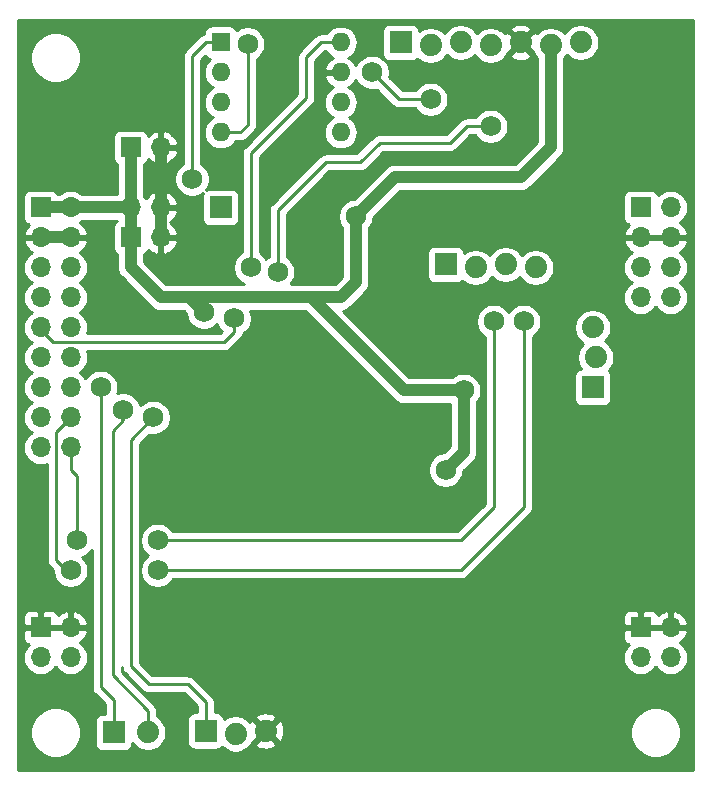
<source format=gbr>
G04 #@! TF.GenerationSoftware,KiCad,Pcbnew,5.1.0-060a0da~80~ubuntu18.10.1*
G04 #@! TF.CreationDate,2019-03-25T12:08:20+01:00*
G04 #@! TF.ProjectId,project-embeddedSystemDesign2,70726f6a-6563-4742-9d65-6d6265646465,rev?*
G04 #@! TF.SameCoordinates,Original*
G04 #@! TF.FileFunction,Copper,L2,Bot*
G04 #@! TF.FilePolarity,Positive*
%FSLAX46Y46*%
G04 Gerber Fmt 4.6, Leading zero omitted, Abs format (unit mm)*
G04 Created by KiCad (PCBNEW 5.1.0-060a0da~80~ubuntu18.10.1) date 2019-03-25 12:08:20*
%MOMM*%
%LPD*%
G04 APERTURE LIST*
%ADD10C,1.879600*%
%ADD11R,1.879600X1.879600*%
%ADD12O,1.700000X1.700000*%
%ADD13R,1.700000X1.700000*%
%ADD14O,1.600000X1.600000*%
%ADD15R,1.600000X1.600000*%
%ADD16C,1.727200*%
%ADD17C,1.016000*%
%ADD18C,0.254000*%
G04 APERTURE END LIST*
D10*
X109397800Y-100330000D03*
D11*
X106502200Y-100330000D03*
D10*
X119380000Y-100203000D03*
X116840000Y-100457000D03*
D11*
X114300000Y-100203000D03*
D12*
X110490000Y-55880000D03*
X107950000Y-55880000D03*
X110490000Y-58420000D03*
D13*
X107950000Y-58420000D03*
D10*
X146050000Y-41910000D03*
X143510000Y-42164000D03*
X140970000Y-41910000D03*
X138430000Y-42164000D03*
X135890000Y-41910000D03*
X133350000Y-42164000D03*
D11*
X130810000Y-41910000D03*
X115570000Y-55880000D03*
D12*
X110490000Y-50800000D03*
D13*
X107950000Y-50800000D03*
D10*
X147066000Y-66040000D03*
X147320000Y-68580000D03*
D11*
X147066000Y-71120000D03*
D12*
X102870000Y-93980000D03*
X100330000Y-93980000D03*
X102870000Y-91440000D03*
D13*
X100330000Y-91440000D03*
D12*
X153670000Y-93980000D03*
X151130000Y-93980000D03*
X153670000Y-91440000D03*
D13*
X151130000Y-91440000D03*
D12*
X102870000Y-76200000D03*
X100330000Y-76200000D03*
X102870000Y-73660000D03*
X100330000Y-73660000D03*
X102870000Y-71120000D03*
X100330000Y-71120000D03*
X102870000Y-68580000D03*
X100330000Y-68580000D03*
X102870000Y-66040000D03*
X100330000Y-66040000D03*
X102870000Y-63500000D03*
X100330000Y-63500000D03*
X102870000Y-60960000D03*
X100330000Y-60960000D03*
X102870000Y-58420000D03*
X100330000Y-58420000D03*
X102870000Y-55880000D03*
D13*
X100330000Y-55880000D03*
D12*
X153670000Y-63500000D03*
X151130000Y-63500000D03*
X153670000Y-60960000D03*
X151130000Y-60960000D03*
X153670000Y-58420000D03*
X151130000Y-58420000D03*
X153670000Y-55880000D03*
D13*
X151130000Y-55880000D03*
D10*
X142240000Y-60960000D03*
X139700000Y-60706000D03*
X137160000Y-60960000D03*
D11*
X134620000Y-60706000D03*
D14*
X125730000Y-41910000D03*
X115570000Y-49530000D03*
X125730000Y-44450000D03*
X115570000Y-46990000D03*
X125730000Y-46990000D03*
X115570000Y-44450000D03*
X125730000Y-49530000D03*
D15*
X115570000Y-41910000D03*
D16*
X121920000Y-82042000D03*
X133477000Y-88646000D03*
X143002000Y-76962000D03*
X143002000Y-70358000D03*
X124460000Y-56642000D03*
X133985000Y-81280000D03*
X109728000Y-68834000D03*
X150114000Y-48260000D03*
X111379000Y-76454000D03*
X111379000Y-81153000D03*
X121920000Y-88646000D03*
X110236000Y-91440000D03*
X140970000Y-55499000D03*
X120015000Y-51816000D03*
X137287000Y-51181000D03*
X114173000Y-64770000D03*
X127000000Y-56642000D03*
X136144000Y-71374000D03*
X134620000Y-78105000D03*
X138684000Y-65532000D03*
X110236000Y-84074000D03*
X103378000Y-84074000D03*
X141224000Y-65532000D03*
X110236000Y-86614000D03*
X102870000Y-86614000D03*
X118110000Y-60960000D03*
X109855000Y-73660000D03*
X116713000Y-65278000D03*
X138430000Y-49022000D03*
X120396000Y-61341000D03*
X128397000Y-44450000D03*
X133350000Y-46736000D03*
X113157000Y-53467000D03*
X117856000Y-42037000D03*
X107315000Y-73025000D03*
X105410000Y-71120000D03*
D17*
X110490000Y-50800000D02*
X110490000Y-55880000D01*
X110490000Y-55880000D02*
X110490000Y-58420000D01*
X100330000Y-58420000D02*
X102870000Y-58420000D01*
X100330000Y-55880000D02*
X102870000Y-55880000D01*
X102870000Y-55880000D02*
X107950000Y-55880000D01*
X107950000Y-55880000D02*
X107950000Y-50800000D01*
X107950000Y-58420000D02*
X107950000Y-55880000D01*
X140970000Y-53340000D02*
X143510000Y-50800000D01*
X143510000Y-50800000D02*
X143510000Y-42037000D01*
X136144000Y-76581000D02*
X134620000Y-78105000D01*
X136144000Y-71374000D02*
X136144000Y-76581000D01*
X107950000Y-55880000D02*
X107950000Y-54610000D01*
X107950000Y-58420000D02*
X107950000Y-60960000D01*
X107950000Y-60960000D02*
X110490000Y-63500000D01*
X125730000Y-63500000D02*
X127000000Y-62230000D01*
X131064000Y-71374000D02*
X123190000Y-63500000D01*
X136144000Y-71374000D02*
X131064000Y-71374000D01*
X123190000Y-63500000D02*
X125730000Y-63500000D01*
X110490000Y-63500000D02*
X116840000Y-63500000D01*
X116840000Y-63500000D02*
X123190000Y-63500000D01*
X112903000Y-63500000D02*
X114173000Y-64770000D01*
X110490000Y-63500000D02*
X112903000Y-63500000D01*
X127000000Y-62230000D02*
X127000000Y-56642000D01*
X130302000Y-53340000D02*
X127000000Y-56642000D01*
X140970000Y-53340000D02*
X130302000Y-53340000D01*
D18*
X138684000Y-65532000D02*
X138684000Y-81280000D01*
X138684000Y-81280000D02*
X135890000Y-84074000D01*
X135890000Y-84074000D02*
X110236000Y-84074000D01*
X110236000Y-84074000D02*
X110236000Y-84074000D01*
X103378000Y-84074000D02*
X103378000Y-78613000D01*
X102870000Y-78105000D02*
X102870000Y-76200000D01*
X103378000Y-78613000D02*
X102870000Y-78105000D01*
X141224000Y-65532000D02*
X141224000Y-81280000D01*
X141224000Y-81280000D02*
X135890000Y-86614000D01*
X135890000Y-86614000D02*
X110236000Y-86614000D01*
X110236000Y-86614000D02*
X110236000Y-86614000D01*
X102870000Y-86614000D02*
X102489000Y-86614000D01*
X102489000Y-86614000D02*
X101600000Y-85725000D01*
X101600000Y-74930000D02*
X102870000Y-73660000D01*
X101600000Y-85725000D02*
X101600000Y-74930000D01*
X124079000Y-41910000D02*
X125730000Y-41910000D01*
X122809000Y-43180000D02*
X124079000Y-41910000D01*
X118110000Y-60960000D02*
X118110000Y-51308000D01*
X122809000Y-46609000D02*
X122809000Y-43180000D01*
X118110000Y-51308000D02*
X122809000Y-46609000D01*
X114300000Y-97790000D02*
X114300000Y-100330000D01*
X109474000Y-96266000D02*
X112776000Y-96266000D01*
X107950000Y-94742000D02*
X109474000Y-96266000D01*
X109855000Y-73660000D02*
X107950000Y-75565000D01*
X112776000Y-96266000D02*
X114300000Y-97790000D01*
X107950000Y-75565000D02*
X107950000Y-94742000D01*
X116713000Y-66421000D02*
X116713000Y-65278000D01*
X101346000Y-67310000D02*
X115824000Y-67310000D01*
X115824000Y-67310000D02*
X116713000Y-66421000D01*
X100330000Y-66040000D02*
X100330000Y-66294000D01*
X100330000Y-66294000D02*
X101346000Y-67310000D01*
X136398000Y-49022000D02*
X138430000Y-49022000D01*
X120396000Y-61341000D02*
X120396000Y-56134000D01*
X120396000Y-56134000D02*
X124460000Y-52070000D01*
X124460000Y-52070000D02*
X127381000Y-52070000D01*
X135001000Y-50419000D02*
X136398000Y-49022000D01*
X127381000Y-52070000D02*
X129032000Y-50419000D01*
X129032000Y-50419000D02*
X135001000Y-50419000D01*
X130683000Y-46736000D02*
X128397000Y-44450000D01*
X133350000Y-46736000D02*
X130683000Y-46736000D01*
X113157000Y-43053000D02*
X114300000Y-41910000D01*
X114300000Y-41910000D02*
X115570000Y-41910000D01*
X113157000Y-53467000D02*
X113157000Y-43053000D01*
X117856000Y-42037000D02*
X117856000Y-48895000D01*
X117221000Y-49530000D02*
X115570000Y-49530000D01*
X117856000Y-48895000D02*
X117221000Y-49530000D01*
X107315000Y-73025000D02*
X107315000Y-73914000D01*
X107315000Y-73914000D02*
X106426000Y-74803000D01*
X106426000Y-74803000D02*
X106426000Y-95504000D01*
X109397800Y-98475800D02*
X109397800Y-100330000D01*
X106426000Y-95504000D02*
X109397800Y-98475800D01*
X106680000Y-100152200D02*
X106502200Y-100330000D01*
X105410000Y-71120000D02*
X105410000Y-96520000D01*
X106502200Y-97612200D02*
X106502200Y-100330000D01*
X105410000Y-96520000D02*
X106502200Y-97612200D01*
G36*
X155550000Y-103480000D02*
G01*
X98450000Y-103480000D01*
X98450000Y-100119721D01*
X99465000Y-100119721D01*
X99465000Y-100540279D01*
X99547047Y-100952756D01*
X99707988Y-101341302D01*
X99941637Y-101690983D01*
X100239017Y-101988363D01*
X100588698Y-102222012D01*
X100977244Y-102382953D01*
X101389721Y-102465000D01*
X101810279Y-102465000D01*
X102222756Y-102382953D01*
X102611302Y-102222012D01*
X102960983Y-101988363D01*
X103258363Y-101690983D01*
X103492012Y-101341302D01*
X103652953Y-100952756D01*
X103735000Y-100540279D01*
X103735000Y-100119721D01*
X103652953Y-99707244D01*
X103492012Y-99318698D01*
X103258363Y-98969017D01*
X102960983Y-98671637D01*
X102611302Y-98437988D01*
X102222756Y-98277047D01*
X101810279Y-98195000D01*
X101389721Y-98195000D01*
X100977244Y-98277047D01*
X100588698Y-98437988D01*
X100239017Y-98671637D01*
X99941637Y-98969017D01*
X99707988Y-99318698D01*
X99547047Y-99707244D01*
X99465000Y-100119721D01*
X98450000Y-100119721D01*
X98450000Y-93980000D01*
X98837815Y-93980000D01*
X98866487Y-94271111D01*
X98951401Y-94551034D01*
X99089294Y-94809014D01*
X99274866Y-95035134D01*
X99500986Y-95220706D01*
X99758966Y-95358599D01*
X100038889Y-95443513D01*
X100257050Y-95465000D01*
X100402950Y-95465000D01*
X100621111Y-95443513D01*
X100901034Y-95358599D01*
X101159014Y-95220706D01*
X101385134Y-95035134D01*
X101570706Y-94809014D01*
X101600000Y-94754209D01*
X101629294Y-94809014D01*
X101814866Y-95035134D01*
X102040986Y-95220706D01*
X102298966Y-95358599D01*
X102578889Y-95443513D01*
X102797050Y-95465000D01*
X102942950Y-95465000D01*
X103161111Y-95443513D01*
X103441034Y-95358599D01*
X103699014Y-95220706D01*
X103925134Y-95035134D01*
X104110706Y-94809014D01*
X104248599Y-94551034D01*
X104333513Y-94271111D01*
X104362185Y-93980000D01*
X104333513Y-93688889D01*
X104248599Y-93408966D01*
X104110706Y-93150986D01*
X103925134Y-92924866D01*
X103699014Y-92739294D01*
X103634477Y-92704799D01*
X103751355Y-92635178D01*
X103967588Y-92440269D01*
X104141641Y-92206920D01*
X104266825Y-91944099D01*
X104311476Y-91796890D01*
X104190155Y-91567000D01*
X102997000Y-91567000D01*
X102997000Y-91587000D01*
X102743000Y-91587000D01*
X102743000Y-91567000D01*
X100457000Y-91567000D01*
X100457000Y-91587000D01*
X100203000Y-91587000D01*
X100203000Y-91567000D01*
X99003750Y-91567000D01*
X98845000Y-91725750D01*
X98841928Y-92290000D01*
X98854188Y-92414482D01*
X98890498Y-92534180D01*
X98949463Y-92644494D01*
X99028815Y-92741185D01*
X99125506Y-92820537D01*
X99235820Y-92879502D01*
X99304687Y-92900393D01*
X99274866Y-92924866D01*
X99089294Y-93150986D01*
X98951401Y-93408966D01*
X98866487Y-93688889D01*
X98837815Y-93980000D01*
X98450000Y-93980000D01*
X98450000Y-90590000D01*
X98841928Y-90590000D01*
X98845000Y-91154250D01*
X99003750Y-91313000D01*
X100203000Y-91313000D01*
X100203000Y-90113750D01*
X100457000Y-90113750D01*
X100457000Y-91313000D01*
X102743000Y-91313000D01*
X102743000Y-90119186D01*
X102997000Y-90119186D01*
X102997000Y-91313000D01*
X104190155Y-91313000D01*
X104311476Y-91083110D01*
X104266825Y-90935901D01*
X104141641Y-90673080D01*
X103967588Y-90439731D01*
X103751355Y-90244822D01*
X103501252Y-90095843D01*
X103226891Y-89998519D01*
X102997000Y-90119186D01*
X102743000Y-90119186D01*
X102513109Y-89998519D01*
X102238748Y-90095843D01*
X101988645Y-90244822D01*
X101792498Y-90421626D01*
X101769502Y-90345820D01*
X101710537Y-90235506D01*
X101631185Y-90138815D01*
X101534494Y-90059463D01*
X101424180Y-90000498D01*
X101304482Y-89964188D01*
X101180000Y-89951928D01*
X100615750Y-89955000D01*
X100457000Y-90113750D01*
X100203000Y-90113750D01*
X100044250Y-89955000D01*
X99480000Y-89951928D01*
X99355518Y-89964188D01*
X99235820Y-90000498D01*
X99125506Y-90059463D01*
X99028815Y-90138815D01*
X98949463Y-90235506D01*
X98890498Y-90345820D01*
X98854188Y-90465518D01*
X98841928Y-90590000D01*
X98450000Y-90590000D01*
X98450000Y-60960000D01*
X98837815Y-60960000D01*
X98866487Y-61251111D01*
X98951401Y-61531034D01*
X99089294Y-61789014D01*
X99274866Y-62015134D01*
X99500986Y-62200706D01*
X99555791Y-62230000D01*
X99500986Y-62259294D01*
X99274866Y-62444866D01*
X99089294Y-62670986D01*
X98951401Y-62928966D01*
X98866487Y-63208889D01*
X98837815Y-63500000D01*
X98866487Y-63791111D01*
X98951401Y-64071034D01*
X99089294Y-64329014D01*
X99274866Y-64555134D01*
X99500986Y-64740706D01*
X99555791Y-64770000D01*
X99500986Y-64799294D01*
X99274866Y-64984866D01*
X99089294Y-65210986D01*
X98951401Y-65468966D01*
X98866487Y-65748889D01*
X98837815Y-66040000D01*
X98866487Y-66331111D01*
X98951401Y-66611034D01*
X99089294Y-66869014D01*
X99274866Y-67095134D01*
X99500986Y-67280706D01*
X99555791Y-67310000D01*
X99500986Y-67339294D01*
X99274866Y-67524866D01*
X99089294Y-67750986D01*
X98951401Y-68008966D01*
X98866487Y-68288889D01*
X98837815Y-68580000D01*
X98866487Y-68871111D01*
X98951401Y-69151034D01*
X99089294Y-69409014D01*
X99274866Y-69635134D01*
X99500986Y-69820706D01*
X99555791Y-69850000D01*
X99500986Y-69879294D01*
X99274866Y-70064866D01*
X99089294Y-70290986D01*
X98951401Y-70548966D01*
X98866487Y-70828889D01*
X98837815Y-71120000D01*
X98866487Y-71411111D01*
X98951401Y-71691034D01*
X99089294Y-71949014D01*
X99274866Y-72175134D01*
X99500986Y-72360706D01*
X99555791Y-72390000D01*
X99500986Y-72419294D01*
X99274866Y-72604866D01*
X99089294Y-72830986D01*
X98951401Y-73088966D01*
X98866487Y-73368889D01*
X98837815Y-73660000D01*
X98866487Y-73951111D01*
X98951401Y-74231034D01*
X99089294Y-74489014D01*
X99274866Y-74715134D01*
X99500986Y-74900706D01*
X99555791Y-74930000D01*
X99500986Y-74959294D01*
X99274866Y-75144866D01*
X99089294Y-75370986D01*
X98951401Y-75628966D01*
X98866487Y-75908889D01*
X98837815Y-76200000D01*
X98866487Y-76491111D01*
X98951401Y-76771034D01*
X99089294Y-77029014D01*
X99274866Y-77255134D01*
X99500986Y-77440706D01*
X99758966Y-77578599D01*
X100038889Y-77663513D01*
X100257050Y-77685000D01*
X100402950Y-77685000D01*
X100621111Y-77663513D01*
X100838001Y-77597720D01*
X100838000Y-85687577D01*
X100834314Y-85725000D01*
X100838000Y-85762423D01*
X100838000Y-85762425D01*
X100849026Y-85874377D01*
X100892598Y-86018014D01*
X100892599Y-86018015D01*
X100963355Y-86150392D01*
X100994718Y-86188607D01*
X101058578Y-86266422D01*
X101087653Y-86290284D01*
X101371400Y-86574030D01*
X101371400Y-86761599D01*
X101428990Y-87051125D01*
X101541958Y-87323853D01*
X101705961Y-87569302D01*
X101914698Y-87778039D01*
X102160147Y-87942042D01*
X102432875Y-88055010D01*
X102722401Y-88112600D01*
X103017599Y-88112600D01*
X103307125Y-88055010D01*
X103579853Y-87942042D01*
X103825302Y-87778039D01*
X104034039Y-87569302D01*
X104198042Y-87323853D01*
X104311010Y-87051125D01*
X104368600Y-86761599D01*
X104368600Y-86466401D01*
X104311010Y-86176875D01*
X104198042Y-85904147D01*
X104034039Y-85658698D01*
X103868318Y-85492977D01*
X104087853Y-85402042D01*
X104333302Y-85238039D01*
X104542039Y-85029302D01*
X104648001Y-84870719D01*
X104648001Y-96482567D01*
X104644314Y-96520000D01*
X104659027Y-96669378D01*
X104702599Y-96813015D01*
X104773355Y-96945392D01*
X104838125Y-97024314D01*
X104868579Y-97061422D01*
X104897649Y-97085279D01*
X105740200Y-97927831D01*
X105740200Y-98752128D01*
X105562400Y-98752128D01*
X105437918Y-98764388D01*
X105318220Y-98800698D01*
X105207906Y-98859663D01*
X105111215Y-98939015D01*
X105031863Y-99035706D01*
X104972898Y-99146020D01*
X104936588Y-99265718D01*
X104924328Y-99390200D01*
X104924328Y-101269800D01*
X104936588Y-101394282D01*
X104972898Y-101513980D01*
X105031863Y-101624294D01*
X105111215Y-101720985D01*
X105207906Y-101800337D01*
X105318220Y-101859302D01*
X105437918Y-101895612D01*
X105562400Y-101907872D01*
X107442000Y-101907872D01*
X107566482Y-101895612D01*
X107686180Y-101859302D01*
X107796494Y-101800337D01*
X107893185Y-101720985D01*
X107972537Y-101624294D01*
X108031502Y-101513980D01*
X108067812Y-101394282D01*
X108080072Y-101269800D01*
X108080072Y-101192447D01*
X108174573Y-101333877D01*
X108393923Y-101553227D01*
X108651852Y-101725570D01*
X108938448Y-101844282D01*
X109242696Y-101904800D01*
X109552904Y-101904800D01*
X109857152Y-101844282D01*
X110143748Y-101725570D01*
X110401677Y-101553227D01*
X110621027Y-101333877D01*
X110793370Y-101075948D01*
X110912082Y-100789352D01*
X110972600Y-100485104D01*
X110972600Y-100174896D01*
X110912082Y-99870648D01*
X110793370Y-99584052D01*
X110621027Y-99326123D01*
X110401677Y-99106773D01*
X110159800Y-98945156D01*
X110159800Y-98513223D01*
X110163486Y-98475800D01*
X110159762Y-98437988D01*
X110148774Y-98326422D01*
X110105202Y-98182785D01*
X110034446Y-98050409D01*
X110034445Y-98050407D01*
X109963079Y-97963448D01*
X109939222Y-97934378D01*
X109910153Y-97910522D01*
X107188000Y-95188370D01*
X107188000Y-94779423D01*
X107199027Y-94891378D01*
X107242599Y-95035015D01*
X107313355Y-95167392D01*
X107384721Y-95254351D01*
X107408579Y-95283422D01*
X107437649Y-95307279D01*
X108908720Y-96778351D01*
X108932578Y-96807422D01*
X109048608Y-96902645D01*
X109180985Y-96973402D01*
X109324622Y-97016974D01*
X109436574Y-97028000D01*
X109436576Y-97028000D01*
X109473999Y-97031686D01*
X109511422Y-97028000D01*
X112460370Y-97028000D01*
X113538000Y-98105631D01*
X113538000Y-98625128D01*
X113360200Y-98625128D01*
X113235718Y-98637388D01*
X113116020Y-98673698D01*
X113005706Y-98732663D01*
X112909015Y-98812015D01*
X112829663Y-98908706D01*
X112770698Y-99019020D01*
X112734388Y-99138718D01*
X112722128Y-99263200D01*
X112722128Y-101142800D01*
X112734388Y-101267282D01*
X112770698Y-101386980D01*
X112829663Y-101497294D01*
X112909015Y-101593985D01*
X113005706Y-101673337D01*
X113116020Y-101732302D01*
X113235718Y-101768612D01*
X113360200Y-101780872D01*
X115239800Y-101780872D01*
X115364282Y-101768612D01*
X115483980Y-101732302D01*
X115594294Y-101673337D01*
X115690985Y-101593985D01*
X115717533Y-101561637D01*
X115836123Y-101680227D01*
X116094052Y-101852570D01*
X116380648Y-101971282D01*
X116684896Y-102031800D01*
X116995104Y-102031800D01*
X117299352Y-101971282D01*
X117585948Y-101852570D01*
X117843877Y-101680227D01*
X118063227Y-101460877D01*
X118173744Y-101295476D01*
X118467129Y-101295476D01*
X118555623Y-101553723D01*
X118834976Y-101688597D01*
X119135275Y-101766381D01*
X119444977Y-101784084D01*
X119752184Y-101741027D01*
X120045086Y-101638865D01*
X120204377Y-101553723D01*
X120292871Y-101295476D01*
X119380000Y-100382605D01*
X118467129Y-101295476D01*
X118173744Y-101295476D01*
X118235570Y-101202948D01*
X118273613Y-101111104D01*
X118287524Y-101115871D01*
X119200395Y-100203000D01*
X119559605Y-100203000D01*
X120472476Y-101115871D01*
X120730723Y-101027377D01*
X120865597Y-100748024D01*
X120943381Y-100447725D01*
X120961084Y-100138023D01*
X120958519Y-100119721D01*
X150265000Y-100119721D01*
X150265000Y-100540279D01*
X150347047Y-100952756D01*
X150507988Y-101341302D01*
X150741637Y-101690983D01*
X151039017Y-101988363D01*
X151388698Y-102222012D01*
X151777244Y-102382953D01*
X152189721Y-102465000D01*
X152610279Y-102465000D01*
X153022756Y-102382953D01*
X153411302Y-102222012D01*
X153760983Y-101988363D01*
X154058363Y-101690983D01*
X154292012Y-101341302D01*
X154452953Y-100952756D01*
X154535000Y-100540279D01*
X154535000Y-100119721D01*
X154452953Y-99707244D01*
X154292012Y-99318698D01*
X154058363Y-98969017D01*
X153760983Y-98671637D01*
X153411302Y-98437988D01*
X153022756Y-98277047D01*
X152610279Y-98195000D01*
X152189721Y-98195000D01*
X151777244Y-98277047D01*
X151388698Y-98437988D01*
X151039017Y-98671637D01*
X150741637Y-98969017D01*
X150507988Y-99318698D01*
X150347047Y-99707244D01*
X150265000Y-100119721D01*
X120958519Y-100119721D01*
X120918027Y-99830816D01*
X120815865Y-99537914D01*
X120730723Y-99378623D01*
X120472476Y-99290129D01*
X119559605Y-100203000D01*
X119200395Y-100203000D01*
X118287524Y-99290129D01*
X118029277Y-99378623D01*
X118016074Y-99405970D01*
X117843877Y-99233773D01*
X117659423Y-99110524D01*
X118467129Y-99110524D01*
X119380000Y-100023395D01*
X120292871Y-99110524D01*
X120204377Y-98852277D01*
X119925024Y-98717403D01*
X119624725Y-98639619D01*
X119315023Y-98621916D01*
X119007816Y-98664973D01*
X118714914Y-98767135D01*
X118555623Y-98852277D01*
X118467129Y-99110524D01*
X117659423Y-99110524D01*
X117585948Y-99061430D01*
X117299352Y-98942718D01*
X116995104Y-98882200D01*
X116684896Y-98882200D01*
X116380648Y-98942718D01*
X116094052Y-99061430D01*
X115872575Y-99209417D01*
X115865612Y-99138718D01*
X115829302Y-99019020D01*
X115770337Y-98908706D01*
X115690985Y-98812015D01*
X115594294Y-98732663D01*
X115483980Y-98673698D01*
X115364282Y-98637388D01*
X115239800Y-98625128D01*
X115062000Y-98625128D01*
X115062000Y-97827422D01*
X115065686Y-97789999D01*
X115057818Y-97710114D01*
X115050974Y-97640622D01*
X115007402Y-97496985D01*
X114936645Y-97364608D01*
X114841422Y-97248578D01*
X114812353Y-97224722D01*
X113341284Y-95753654D01*
X113317422Y-95724578D01*
X113201392Y-95629355D01*
X113069015Y-95558598D01*
X112925378Y-95515026D01*
X112813426Y-95504000D01*
X112813423Y-95504000D01*
X112776000Y-95500314D01*
X112738577Y-95504000D01*
X109789631Y-95504000D01*
X108712000Y-94426370D01*
X108712000Y-93980000D01*
X149637815Y-93980000D01*
X149666487Y-94271111D01*
X149751401Y-94551034D01*
X149889294Y-94809014D01*
X150074866Y-95035134D01*
X150300986Y-95220706D01*
X150558966Y-95358599D01*
X150838889Y-95443513D01*
X151057050Y-95465000D01*
X151202950Y-95465000D01*
X151421111Y-95443513D01*
X151701034Y-95358599D01*
X151959014Y-95220706D01*
X152185134Y-95035134D01*
X152370706Y-94809014D01*
X152400000Y-94754209D01*
X152429294Y-94809014D01*
X152614866Y-95035134D01*
X152840986Y-95220706D01*
X153098966Y-95358599D01*
X153378889Y-95443513D01*
X153597050Y-95465000D01*
X153742950Y-95465000D01*
X153961111Y-95443513D01*
X154241034Y-95358599D01*
X154499014Y-95220706D01*
X154725134Y-95035134D01*
X154910706Y-94809014D01*
X155048599Y-94551034D01*
X155133513Y-94271111D01*
X155162185Y-93980000D01*
X155133513Y-93688889D01*
X155048599Y-93408966D01*
X154910706Y-93150986D01*
X154725134Y-92924866D01*
X154499014Y-92739294D01*
X154434477Y-92704799D01*
X154551355Y-92635178D01*
X154767588Y-92440269D01*
X154941641Y-92206920D01*
X155066825Y-91944099D01*
X155111476Y-91796890D01*
X154990155Y-91567000D01*
X153797000Y-91567000D01*
X153797000Y-91587000D01*
X153543000Y-91587000D01*
X153543000Y-91567000D01*
X151257000Y-91567000D01*
X151257000Y-91587000D01*
X151003000Y-91587000D01*
X151003000Y-91567000D01*
X149803750Y-91567000D01*
X149645000Y-91725750D01*
X149641928Y-92290000D01*
X149654188Y-92414482D01*
X149690498Y-92534180D01*
X149749463Y-92644494D01*
X149828815Y-92741185D01*
X149925506Y-92820537D01*
X150035820Y-92879502D01*
X150104687Y-92900393D01*
X150074866Y-92924866D01*
X149889294Y-93150986D01*
X149751401Y-93408966D01*
X149666487Y-93688889D01*
X149637815Y-93980000D01*
X108712000Y-93980000D01*
X108712000Y-90590000D01*
X149641928Y-90590000D01*
X149645000Y-91154250D01*
X149803750Y-91313000D01*
X151003000Y-91313000D01*
X151003000Y-90113750D01*
X151257000Y-90113750D01*
X151257000Y-91313000D01*
X153543000Y-91313000D01*
X153543000Y-90119186D01*
X153797000Y-90119186D01*
X153797000Y-91313000D01*
X154990155Y-91313000D01*
X155111476Y-91083110D01*
X155066825Y-90935901D01*
X154941641Y-90673080D01*
X154767588Y-90439731D01*
X154551355Y-90244822D01*
X154301252Y-90095843D01*
X154026891Y-89998519D01*
X153797000Y-90119186D01*
X153543000Y-90119186D01*
X153313109Y-89998519D01*
X153038748Y-90095843D01*
X152788645Y-90244822D01*
X152592498Y-90421626D01*
X152569502Y-90345820D01*
X152510537Y-90235506D01*
X152431185Y-90138815D01*
X152334494Y-90059463D01*
X152224180Y-90000498D01*
X152104482Y-89964188D01*
X151980000Y-89951928D01*
X151415750Y-89955000D01*
X151257000Y-90113750D01*
X151003000Y-90113750D01*
X150844250Y-89955000D01*
X150280000Y-89951928D01*
X150155518Y-89964188D01*
X150035820Y-90000498D01*
X149925506Y-90059463D01*
X149828815Y-90138815D01*
X149749463Y-90235506D01*
X149690498Y-90345820D01*
X149654188Y-90465518D01*
X149641928Y-90590000D01*
X108712000Y-90590000D01*
X108712000Y-83926401D01*
X108737400Y-83926401D01*
X108737400Y-84221599D01*
X108794990Y-84511125D01*
X108907958Y-84783853D01*
X109071961Y-85029302D01*
X109280698Y-85238039D01*
X109439281Y-85344000D01*
X109280698Y-85449961D01*
X109071961Y-85658698D01*
X108907958Y-85904147D01*
X108794990Y-86176875D01*
X108737400Y-86466401D01*
X108737400Y-86761599D01*
X108794990Y-87051125D01*
X108907958Y-87323853D01*
X109071961Y-87569302D01*
X109280698Y-87778039D01*
X109526147Y-87942042D01*
X109798875Y-88055010D01*
X110088401Y-88112600D01*
X110383599Y-88112600D01*
X110673125Y-88055010D01*
X110945853Y-87942042D01*
X111191302Y-87778039D01*
X111400039Y-87569302D01*
X111529199Y-87376000D01*
X135852577Y-87376000D01*
X135890000Y-87379686D01*
X135927423Y-87376000D01*
X135927426Y-87376000D01*
X136039378Y-87364974D01*
X136183015Y-87321402D01*
X136315392Y-87250645D01*
X136431422Y-87155422D01*
X136455284Y-87126346D01*
X141736352Y-81845279D01*
X141765422Y-81821422D01*
X141860645Y-81705392D01*
X141931402Y-81573015D01*
X141974974Y-81429378D01*
X141986000Y-81317426D01*
X141986000Y-81317424D01*
X141989686Y-81280001D01*
X141986000Y-81242578D01*
X141986000Y-70180200D01*
X145488128Y-70180200D01*
X145488128Y-72059800D01*
X145500388Y-72184282D01*
X145536698Y-72303980D01*
X145595663Y-72414294D01*
X145675015Y-72510985D01*
X145771706Y-72590337D01*
X145882020Y-72649302D01*
X146001718Y-72685612D01*
X146126200Y-72697872D01*
X148005800Y-72697872D01*
X148130282Y-72685612D01*
X148249980Y-72649302D01*
X148360294Y-72590337D01*
X148456985Y-72510985D01*
X148536337Y-72414294D01*
X148595302Y-72303980D01*
X148631612Y-72184282D01*
X148643872Y-72059800D01*
X148643872Y-70180200D01*
X148631612Y-70055718D01*
X148595302Y-69936020D01*
X148536337Y-69825706D01*
X148456985Y-69729015D01*
X148424637Y-69702467D01*
X148543227Y-69583877D01*
X148715570Y-69325948D01*
X148834282Y-69039352D01*
X148894800Y-68735104D01*
X148894800Y-68424896D01*
X148834282Y-68120648D01*
X148715570Y-67834052D01*
X148543227Y-67576123D01*
X148323877Y-67356773D01*
X148115539Y-67217565D01*
X148289227Y-67043877D01*
X148461570Y-66785948D01*
X148580282Y-66499352D01*
X148640800Y-66195104D01*
X148640800Y-65884896D01*
X148580282Y-65580648D01*
X148461570Y-65294052D01*
X148289227Y-65036123D01*
X148069877Y-64816773D01*
X147811948Y-64644430D01*
X147525352Y-64525718D01*
X147221104Y-64465200D01*
X146910896Y-64465200D01*
X146606648Y-64525718D01*
X146320052Y-64644430D01*
X146062123Y-64816773D01*
X145842773Y-65036123D01*
X145670430Y-65294052D01*
X145551718Y-65580648D01*
X145491200Y-65884896D01*
X145491200Y-66195104D01*
X145551718Y-66499352D01*
X145670430Y-66785948D01*
X145842773Y-67043877D01*
X146062123Y-67263227D01*
X146270461Y-67402435D01*
X146096773Y-67576123D01*
X145924430Y-67834052D01*
X145805718Y-68120648D01*
X145745200Y-68424896D01*
X145745200Y-68735104D01*
X145805718Y-69039352D01*
X145924430Y-69325948D01*
X146072417Y-69547425D01*
X146001718Y-69554388D01*
X145882020Y-69590698D01*
X145771706Y-69649663D01*
X145675015Y-69729015D01*
X145595663Y-69825706D01*
X145536698Y-69936020D01*
X145500388Y-70055718D01*
X145488128Y-70180200D01*
X141986000Y-70180200D01*
X141986000Y-66825199D01*
X142179302Y-66696039D01*
X142388039Y-66487302D01*
X142552042Y-66241853D01*
X142665010Y-65969125D01*
X142722600Y-65679599D01*
X142722600Y-65384401D01*
X142665010Y-65094875D01*
X142552042Y-64822147D01*
X142388039Y-64576698D01*
X142179302Y-64367961D01*
X141933853Y-64203958D01*
X141661125Y-64090990D01*
X141371599Y-64033400D01*
X141076401Y-64033400D01*
X140786875Y-64090990D01*
X140514147Y-64203958D01*
X140268698Y-64367961D01*
X140059961Y-64576698D01*
X139954000Y-64735281D01*
X139848039Y-64576698D01*
X139639302Y-64367961D01*
X139393853Y-64203958D01*
X139121125Y-64090990D01*
X138831599Y-64033400D01*
X138536401Y-64033400D01*
X138246875Y-64090990D01*
X137974147Y-64203958D01*
X137728698Y-64367961D01*
X137519961Y-64576698D01*
X137355958Y-64822147D01*
X137242990Y-65094875D01*
X137185400Y-65384401D01*
X137185400Y-65679599D01*
X137242990Y-65969125D01*
X137355958Y-66241853D01*
X137519961Y-66487302D01*
X137728698Y-66696039D01*
X137922000Y-66825199D01*
X137922001Y-80964369D01*
X135574370Y-83312000D01*
X111529199Y-83312000D01*
X111400039Y-83118698D01*
X111191302Y-82909961D01*
X110945853Y-82745958D01*
X110673125Y-82632990D01*
X110383599Y-82575400D01*
X110088401Y-82575400D01*
X109798875Y-82632990D01*
X109526147Y-82745958D01*
X109280698Y-82909961D01*
X109071961Y-83118698D01*
X108907958Y-83364147D01*
X108794990Y-83636875D01*
X108737400Y-83926401D01*
X108712000Y-83926401D01*
X108712000Y-75880630D01*
X109479385Y-75113245D01*
X109707401Y-75158600D01*
X110002599Y-75158600D01*
X110292125Y-75101010D01*
X110564853Y-74988042D01*
X110810302Y-74824039D01*
X111019039Y-74615302D01*
X111183042Y-74369853D01*
X111296010Y-74097125D01*
X111353600Y-73807599D01*
X111353600Y-73512401D01*
X111296010Y-73222875D01*
X111183042Y-72950147D01*
X111019039Y-72704698D01*
X110810302Y-72495961D01*
X110564853Y-72331958D01*
X110292125Y-72218990D01*
X110002599Y-72161400D01*
X109707401Y-72161400D01*
X109417875Y-72218990D01*
X109145147Y-72331958D01*
X108899698Y-72495961D01*
X108764600Y-72631059D01*
X108756010Y-72587875D01*
X108643042Y-72315147D01*
X108479039Y-72069698D01*
X108270302Y-71860961D01*
X108024853Y-71696958D01*
X107752125Y-71583990D01*
X107462599Y-71526400D01*
X107167401Y-71526400D01*
X106877875Y-71583990D01*
X106832013Y-71602987D01*
X106851010Y-71557125D01*
X106908600Y-71267599D01*
X106908600Y-70972401D01*
X106851010Y-70682875D01*
X106738042Y-70410147D01*
X106574039Y-70164698D01*
X106365302Y-69955961D01*
X106119853Y-69791958D01*
X105847125Y-69678990D01*
X105557599Y-69621400D01*
X105262401Y-69621400D01*
X104972875Y-69678990D01*
X104700147Y-69791958D01*
X104454698Y-69955961D01*
X104245961Y-70164698D01*
X104133315Y-70333285D01*
X104110706Y-70290986D01*
X103925134Y-70064866D01*
X103699014Y-69879294D01*
X103644209Y-69850000D01*
X103699014Y-69820706D01*
X103925134Y-69635134D01*
X104110706Y-69409014D01*
X104248599Y-69151034D01*
X104333513Y-68871111D01*
X104362185Y-68580000D01*
X104333513Y-68288889D01*
X104267720Y-68072000D01*
X115786577Y-68072000D01*
X115824000Y-68075686D01*
X115861423Y-68072000D01*
X115861426Y-68072000D01*
X115973378Y-68060974D01*
X116117015Y-68017402D01*
X116249392Y-67946645D01*
X116365422Y-67851422D01*
X116389284Y-67822347D01*
X117225353Y-66986278D01*
X117254422Y-66962422D01*
X117338443Y-66860042D01*
X117349645Y-66846393D01*
X117420401Y-66714016D01*
X117420402Y-66714015D01*
X117460859Y-66580647D01*
X117668302Y-66442039D01*
X117877039Y-66233302D01*
X118041042Y-65987853D01*
X118154010Y-65715125D01*
X118211600Y-65425599D01*
X118211600Y-65130401D01*
X118154010Y-64840875D01*
X118072047Y-64643000D01*
X122716555Y-64643000D01*
X130216077Y-72142523D01*
X130251867Y-72186133D01*
X130425911Y-72328968D01*
X130537017Y-72388355D01*
X130624476Y-72435103D01*
X130833795Y-72498599D01*
X130839933Y-72500461D01*
X131007854Y-72517000D01*
X131007861Y-72517000D01*
X131064000Y-72522529D01*
X131120139Y-72517000D01*
X135001000Y-72517000D01*
X135001001Y-76107553D01*
X134502155Y-76606400D01*
X134472401Y-76606400D01*
X134182875Y-76663990D01*
X133910147Y-76776958D01*
X133664698Y-76940961D01*
X133455961Y-77149698D01*
X133291958Y-77395147D01*
X133178990Y-77667875D01*
X133121400Y-77957401D01*
X133121400Y-78252599D01*
X133178990Y-78542125D01*
X133291958Y-78814853D01*
X133455961Y-79060302D01*
X133664698Y-79269039D01*
X133910147Y-79433042D01*
X134182875Y-79546010D01*
X134472401Y-79603600D01*
X134767599Y-79603600D01*
X135057125Y-79546010D01*
X135329853Y-79433042D01*
X135575302Y-79269039D01*
X135784039Y-79060302D01*
X135948042Y-78814853D01*
X136061010Y-78542125D01*
X136118600Y-78252599D01*
X136118600Y-78222845D01*
X136912523Y-77428923D01*
X136956133Y-77393133D01*
X137098968Y-77219089D01*
X137205103Y-77020523D01*
X137270461Y-76805067D01*
X137287000Y-76637146D01*
X137287000Y-76637140D01*
X137292529Y-76581001D01*
X137287000Y-76524862D01*
X137287000Y-72350341D01*
X137308039Y-72329302D01*
X137472042Y-72083853D01*
X137585010Y-71811125D01*
X137642600Y-71521599D01*
X137642600Y-71226401D01*
X137585010Y-70936875D01*
X137472042Y-70664147D01*
X137308039Y-70418698D01*
X137099302Y-70209961D01*
X136853853Y-70045958D01*
X136581125Y-69932990D01*
X136291599Y-69875400D01*
X135996401Y-69875400D01*
X135706875Y-69932990D01*
X135434147Y-70045958D01*
X135188698Y-70209961D01*
X135167659Y-70231000D01*
X131537446Y-70231000D01*
X125934804Y-64628358D01*
X125954067Y-64626461D01*
X126169523Y-64561103D01*
X126368089Y-64454968D01*
X126542133Y-64312133D01*
X126577927Y-64268518D01*
X127768524Y-63077922D01*
X127812133Y-63042133D01*
X127954968Y-62868089D01*
X128061103Y-62669523D01*
X128126461Y-62454067D01*
X128143000Y-62286146D01*
X128143000Y-62286140D01*
X128148529Y-62230001D01*
X128143000Y-62173862D01*
X128143000Y-59766200D01*
X133042128Y-59766200D01*
X133042128Y-61645800D01*
X133054388Y-61770282D01*
X133090698Y-61889980D01*
X133149663Y-62000294D01*
X133229015Y-62096985D01*
X133325706Y-62176337D01*
X133436020Y-62235302D01*
X133555718Y-62271612D01*
X133680200Y-62283872D01*
X135559800Y-62283872D01*
X135684282Y-62271612D01*
X135803980Y-62235302D01*
X135914294Y-62176337D01*
X136010985Y-62096985D01*
X136037533Y-62064637D01*
X136156123Y-62183227D01*
X136414052Y-62355570D01*
X136700648Y-62474282D01*
X137004896Y-62534800D01*
X137315104Y-62534800D01*
X137619352Y-62474282D01*
X137905948Y-62355570D01*
X138163877Y-62183227D01*
X138383227Y-61963877D01*
X138522435Y-61755539D01*
X138696123Y-61929227D01*
X138954052Y-62101570D01*
X139240648Y-62220282D01*
X139544896Y-62280800D01*
X139855104Y-62280800D01*
X140159352Y-62220282D01*
X140445948Y-62101570D01*
X140703877Y-61929227D01*
X140877565Y-61755539D01*
X141016773Y-61963877D01*
X141236123Y-62183227D01*
X141494052Y-62355570D01*
X141780648Y-62474282D01*
X142084896Y-62534800D01*
X142395104Y-62534800D01*
X142699352Y-62474282D01*
X142985948Y-62355570D01*
X143243877Y-62183227D01*
X143463227Y-61963877D01*
X143635570Y-61705948D01*
X143754282Y-61419352D01*
X143814800Y-61115104D01*
X143814800Y-60960000D01*
X149637815Y-60960000D01*
X149666487Y-61251111D01*
X149751401Y-61531034D01*
X149889294Y-61789014D01*
X150074866Y-62015134D01*
X150300986Y-62200706D01*
X150355791Y-62230000D01*
X150300986Y-62259294D01*
X150074866Y-62444866D01*
X149889294Y-62670986D01*
X149751401Y-62928966D01*
X149666487Y-63208889D01*
X149637815Y-63500000D01*
X149666487Y-63791111D01*
X149751401Y-64071034D01*
X149889294Y-64329014D01*
X150074866Y-64555134D01*
X150300986Y-64740706D01*
X150558966Y-64878599D01*
X150838889Y-64963513D01*
X151057050Y-64985000D01*
X151202950Y-64985000D01*
X151421111Y-64963513D01*
X151701034Y-64878599D01*
X151959014Y-64740706D01*
X152185134Y-64555134D01*
X152370706Y-64329014D01*
X152400000Y-64274209D01*
X152429294Y-64329014D01*
X152614866Y-64555134D01*
X152840986Y-64740706D01*
X153098966Y-64878599D01*
X153378889Y-64963513D01*
X153597050Y-64985000D01*
X153742950Y-64985000D01*
X153961111Y-64963513D01*
X154241034Y-64878599D01*
X154499014Y-64740706D01*
X154725134Y-64555134D01*
X154910706Y-64329014D01*
X155048599Y-64071034D01*
X155133513Y-63791111D01*
X155162185Y-63500000D01*
X155133513Y-63208889D01*
X155048599Y-62928966D01*
X154910706Y-62670986D01*
X154725134Y-62444866D01*
X154499014Y-62259294D01*
X154444209Y-62230000D01*
X154499014Y-62200706D01*
X154725134Y-62015134D01*
X154910706Y-61789014D01*
X155048599Y-61531034D01*
X155133513Y-61251111D01*
X155162185Y-60960000D01*
X155133513Y-60668889D01*
X155048599Y-60388966D01*
X154910706Y-60130986D01*
X154725134Y-59904866D01*
X154499014Y-59719294D01*
X154434477Y-59684799D01*
X154551355Y-59615178D01*
X154767588Y-59420269D01*
X154941641Y-59186920D01*
X155066825Y-58924099D01*
X155111476Y-58776890D01*
X154990155Y-58547000D01*
X153797000Y-58547000D01*
X153797000Y-58567000D01*
X153543000Y-58567000D01*
X153543000Y-58547000D01*
X151257000Y-58547000D01*
X151257000Y-58567000D01*
X151003000Y-58567000D01*
X151003000Y-58547000D01*
X149809845Y-58547000D01*
X149688524Y-58776890D01*
X149733175Y-58924099D01*
X149858359Y-59186920D01*
X150032412Y-59420269D01*
X150248645Y-59615178D01*
X150365523Y-59684799D01*
X150300986Y-59719294D01*
X150074866Y-59904866D01*
X149889294Y-60130986D01*
X149751401Y-60388966D01*
X149666487Y-60668889D01*
X149637815Y-60960000D01*
X143814800Y-60960000D01*
X143814800Y-60804896D01*
X143754282Y-60500648D01*
X143635570Y-60214052D01*
X143463227Y-59956123D01*
X143243877Y-59736773D01*
X142985948Y-59564430D01*
X142699352Y-59445718D01*
X142395104Y-59385200D01*
X142084896Y-59385200D01*
X141780648Y-59445718D01*
X141494052Y-59564430D01*
X141236123Y-59736773D01*
X141062435Y-59910461D01*
X140923227Y-59702123D01*
X140703877Y-59482773D01*
X140445948Y-59310430D01*
X140159352Y-59191718D01*
X139855104Y-59131200D01*
X139544896Y-59131200D01*
X139240648Y-59191718D01*
X138954052Y-59310430D01*
X138696123Y-59482773D01*
X138476773Y-59702123D01*
X138337565Y-59910461D01*
X138163877Y-59736773D01*
X137905948Y-59564430D01*
X137619352Y-59445718D01*
X137315104Y-59385200D01*
X137004896Y-59385200D01*
X136700648Y-59445718D01*
X136414052Y-59564430D01*
X136192575Y-59712417D01*
X136185612Y-59641718D01*
X136149302Y-59522020D01*
X136090337Y-59411706D01*
X136010985Y-59315015D01*
X135914294Y-59235663D01*
X135803980Y-59176698D01*
X135684282Y-59140388D01*
X135559800Y-59128128D01*
X133680200Y-59128128D01*
X133555718Y-59140388D01*
X133436020Y-59176698D01*
X133325706Y-59235663D01*
X133229015Y-59315015D01*
X133149663Y-59411706D01*
X133090698Y-59522020D01*
X133054388Y-59641718D01*
X133042128Y-59766200D01*
X128143000Y-59766200D01*
X128143000Y-57618341D01*
X128164039Y-57597302D01*
X128328042Y-57351853D01*
X128441010Y-57079125D01*
X128498600Y-56789599D01*
X128498600Y-56759845D01*
X130228445Y-55030000D01*
X149641928Y-55030000D01*
X149641928Y-56730000D01*
X149654188Y-56854482D01*
X149690498Y-56974180D01*
X149749463Y-57084494D01*
X149828815Y-57181185D01*
X149925506Y-57260537D01*
X150035820Y-57319502D01*
X150116466Y-57343966D01*
X150032412Y-57419731D01*
X149858359Y-57653080D01*
X149733175Y-57915901D01*
X149688524Y-58063110D01*
X149809845Y-58293000D01*
X151003000Y-58293000D01*
X151003000Y-58273000D01*
X151257000Y-58273000D01*
X151257000Y-58293000D01*
X153543000Y-58293000D01*
X153543000Y-58273000D01*
X153797000Y-58273000D01*
X153797000Y-58293000D01*
X154990155Y-58293000D01*
X155111476Y-58063110D01*
X155066825Y-57915901D01*
X154941641Y-57653080D01*
X154767588Y-57419731D01*
X154551355Y-57224822D01*
X154434477Y-57155201D01*
X154499014Y-57120706D01*
X154725134Y-56935134D01*
X154910706Y-56709014D01*
X155048599Y-56451034D01*
X155133513Y-56171111D01*
X155162185Y-55880000D01*
X155133513Y-55588889D01*
X155048599Y-55308966D01*
X154910706Y-55050986D01*
X154725134Y-54824866D01*
X154499014Y-54639294D01*
X154241034Y-54501401D01*
X153961111Y-54416487D01*
X153742950Y-54395000D01*
X153597050Y-54395000D01*
X153378889Y-54416487D01*
X153098966Y-54501401D01*
X152840986Y-54639294D01*
X152614866Y-54824866D01*
X152590393Y-54854687D01*
X152569502Y-54785820D01*
X152510537Y-54675506D01*
X152431185Y-54578815D01*
X152334494Y-54499463D01*
X152224180Y-54440498D01*
X152104482Y-54404188D01*
X151980000Y-54391928D01*
X150280000Y-54391928D01*
X150155518Y-54404188D01*
X150035820Y-54440498D01*
X149925506Y-54499463D01*
X149828815Y-54578815D01*
X149749463Y-54675506D01*
X149690498Y-54785820D01*
X149654188Y-54905518D01*
X149641928Y-55030000D01*
X130228445Y-55030000D01*
X130775446Y-54483000D01*
X140913861Y-54483000D01*
X140970000Y-54488529D01*
X141026139Y-54483000D01*
X141026146Y-54483000D01*
X141194067Y-54466461D01*
X141409523Y-54401103D01*
X141608089Y-54294968D01*
X141782133Y-54152133D01*
X141817927Y-54108518D01*
X144278524Y-51647922D01*
X144322133Y-51612133D01*
X144464968Y-51438089D01*
X144571103Y-51239523D01*
X144636461Y-51024067D01*
X144653000Y-50856146D01*
X144653000Y-50856140D01*
X144658529Y-50800001D01*
X144653000Y-50743862D01*
X144653000Y-43248104D01*
X144733227Y-43167877D01*
X144872435Y-42959539D01*
X145046123Y-43133227D01*
X145304052Y-43305570D01*
X145590648Y-43424282D01*
X145894896Y-43484800D01*
X146205104Y-43484800D01*
X146509352Y-43424282D01*
X146795948Y-43305570D01*
X147053877Y-43133227D01*
X147273227Y-42913877D01*
X147445570Y-42655948D01*
X147564282Y-42369352D01*
X147624800Y-42065104D01*
X147624800Y-41754896D01*
X147564282Y-41450648D01*
X147445570Y-41164052D01*
X147273227Y-40906123D01*
X147053877Y-40686773D01*
X146795948Y-40514430D01*
X146509352Y-40395718D01*
X146205104Y-40335200D01*
X145894896Y-40335200D01*
X145590648Y-40395718D01*
X145304052Y-40514430D01*
X145046123Y-40686773D01*
X144826773Y-40906123D01*
X144687565Y-41114461D01*
X144513877Y-40940773D01*
X144255948Y-40768430D01*
X143969352Y-40649718D01*
X143665104Y-40589200D01*
X143354896Y-40589200D01*
X143050648Y-40649718D01*
X142764052Y-40768430D01*
X142506123Y-40940773D01*
X142334848Y-41112048D01*
X142320723Y-41085623D01*
X142062476Y-40997129D01*
X141149605Y-41910000D01*
X142062476Y-42822871D01*
X142076387Y-42818104D01*
X142114430Y-42909948D01*
X142286773Y-43167877D01*
X142367001Y-43248105D01*
X142367000Y-50326554D01*
X140496555Y-52197000D01*
X130358138Y-52197000D01*
X130301999Y-52191471D01*
X130245860Y-52197000D01*
X130245854Y-52197000D01*
X130100600Y-52211306D01*
X130077932Y-52213539D01*
X130012574Y-52233365D01*
X129862477Y-52278897D01*
X129663911Y-52385032D01*
X129489867Y-52527867D01*
X129454077Y-52571477D01*
X126882155Y-55143400D01*
X126852401Y-55143400D01*
X126562875Y-55200990D01*
X126290147Y-55313958D01*
X126044698Y-55477961D01*
X125835961Y-55686698D01*
X125671958Y-55932147D01*
X125558990Y-56204875D01*
X125501400Y-56494401D01*
X125501400Y-56789599D01*
X125558990Y-57079125D01*
X125671958Y-57351853D01*
X125835961Y-57597302D01*
X125857001Y-57618342D01*
X125857000Y-61756554D01*
X125256555Y-62357000D01*
X123246139Y-62357000D01*
X123190000Y-62351471D01*
X123133861Y-62357000D01*
X121499341Y-62357000D01*
X121560039Y-62296302D01*
X121724042Y-62050853D01*
X121837010Y-61778125D01*
X121894600Y-61488599D01*
X121894600Y-61193401D01*
X121837010Y-60903875D01*
X121724042Y-60631147D01*
X121560039Y-60385698D01*
X121351302Y-60176961D01*
X121158000Y-60047801D01*
X121158000Y-56449630D01*
X124775631Y-52832000D01*
X127343577Y-52832000D01*
X127381000Y-52835686D01*
X127418423Y-52832000D01*
X127418426Y-52832000D01*
X127530378Y-52820974D01*
X127674015Y-52777402D01*
X127806392Y-52706645D01*
X127922422Y-52611422D01*
X127946284Y-52582346D01*
X129347630Y-51181000D01*
X134963577Y-51181000D01*
X135001000Y-51184686D01*
X135038423Y-51181000D01*
X135038426Y-51181000D01*
X135150378Y-51169974D01*
X135294015Y-51126402D01*
X135426392Y-51055645D01*
X135542422Y-50960422D01*
X135566284Y-50931346D01*
X136713631Y-49784000D01*
X137136801Y-49784000D01*
X137265961Y-49977302D01*
X137474698Y-50186039D01*
X137720147Y-50350042D01*
X137992875Y-50463010D01*
X138282401Y-50520600D01*
X138577599Y-50520600D01*
X138867125Y-50463010D01*
X139139853Y-50350042D01*
X139385302Y-50186039D01*
X139594039Y-49977302D01*
X139758042Y-49731853D01*
X139871010Y-49459125D01*
X139928600Y-49169599D01*
X139928600Y-48874401D01*
X139871010Y-48584875D01*
X139758042Y-48312147D01*
X139594039Y-48066698D01*
X139385302Y-47857961D01*
X139139853Y-47693958D01*
X138867125Y-47580990D01*
X138577599Y-47523400D01*
X138282401Y-47523400D01*
X137992875Y-47580990D01*
X137720147Y-47693958D01*
X137474698Y-47857961D01*
X137265961Y-48066698D01*
X137136801Y-48260000D01*
X136435422Y-48260000D01*
X136397999Y-48256314D01*
X136360576Y-48260000D01*
X136360574Y-48260000D01*
X136248622Y-48271026D01*
X136104985Y-48314598D01*
X135972608Y-48385355D01*
X135856578Y-48480578D01*
X135832721Y-48509648D01*
X134685370Y-49657000D01*
X129069423Y-49657000D01*
X129032000Y-49653314D01*
X128994577Y-49657000D01*
X128994574Y-49657000D01*
X128882622Y-49668026D01*
X128738985Y-49711598D01*
X128705676Y-49729402D01*
X128606607Y-49782355D01*
X128571327Y-49811309D01*
X128490578Y-49877578D01*
X128466716Y-49906654D01*
X127065370Y-51308000D01*
X124497423Y-51308000D01*
X124460000Y-51304314D01*
X124422577Y-51308000D01*
X124422574Y-51308000D01*
X124310622Y-51319026D01*
X124166985Y-51362598D01*
X124105364Y-51395535D01*
X124034607Y-51433355D01*
X123951904Y-51501228D01*
X123918578Y-51528578D01*
X123894721Y-51557648D01*
X119883649Y-55568721D01*
X119854579Y-55592578D01*
X119830722Y-55621648D01*
X119830721Y-55621649D01*
X119759355Y-55708608D01*
X119688599Y-55840985D01*
X119645027Y-55984622D01*
X119630314Y-56134000D01*
X119634001Y-56171433D01*
X119634000Y-60047801D01*
X119440698Y-60176961D01*
X119409792Y-60207867D01*
X119274039Y-60004698D01*
X119065302Y-59795961D01*
X118872000Y-59666801D01*
X118872000Y-51623630D01*
X123321347Y-47174283D01*
X123350422Y-47150422D01*
X123410857Y-47076781D01*
X123445645Y-47034393D01*
X123516401Y-46902016D01*
X123516402Y-46902015D01*
X123559974Y-46758378D01*
X123571000Y-46646426D01*
X123571000Y-46646423D01*
X123574686Y-46609000D01*
X123571000Y-46571577D01*
X123571000Y-43495630D01*
X124394631Y-42672000D01*
X124510168Y-42672000D01*
X124531068Y-42711101D01*
X124710392Y-42929608D01*
X124928899Y-43108932D01*
X125066682Y-43182579D01*
X124874869Y-43297615D01*
X124666481Y-43486586D01*
X124498963Y-43712580D01*
X124378754Y-43966913D01*
X124338096Y-44100961D01*
X124460085Y-44323000D01*
X125603000Y-44323000D01*
X125603000Y-44303000D01*
X125857000Y-44303000D01*
X125857000Y-44323000D01*
X125877000Y-44323000D01*
X125877000Y-44577000D01*
X125857000Y-44577000D01*
X125857000Y-44597000D01*
X125603000Y-44597000D01*
X125603000Y-44577000D01*
X124460085Y-44577000D01*
X124338096Y-44799039D01*
X124378754Y-44933087D01*
X124498963Y-45187420D01*
X124666481Y-45413414D01*
X124874869Y-45602385D01*
X125066682Y-45717421D01*
X124928899Y-45791068D01*
X124710392Y-45970392D01*
X124531068Y-46188899D01*
X124397818Y-46438192D01*
X124315764Y-46708691D01*
X124288057Y-46990000D01*
X124315764Y-47271309D01*
X124397818Y-47541808D01*
X124531068Y-47791101D01*
X124710392Y-48009608D01*
X124928899Y-48188932D01*
X125061858Y-48260000D01*
X124928899Y-48331068D01*
X124710392Y-48510392D01*
X124531068Y-48728899D01*
X124397818Y-48978192D01*
X124315764Y-49248691D01*
X124288057Y-49530000D01*
X124315764Y-49811309D01*
X124397818Y-50081808D01*
X124531068Y-50331101D01*
X124710392Y-50549608D01*
X124928899Y-50728932D01*
X125178192Y-50862182D01*
X125448691Y-50944236D01*
X125659508Y-50965000D01*
X125800492Y-50965000D01*
X126011309Y-50944236D01*
X126281808Y-50862182D01*
X126531101Y-50728932D01*
X126749608Y-50549608D01*
X126928932Y-50331101D01*
X127062182Y-50081808D01*
X127144236Y-49811309D01*
X127171943Y-49530000D01*
X127144236Y-49248691D01*
X127062182Y-48978192D01*
X126928932Y-48728899D01*
X126749608Y-48510392D01*
X126531101Y-48331068D01*
X126398142Y-48260000D01*
X126531101Y-48188932D01*
X126749608Y-48009608D01*
X126928932Y-47791101D01*
X127062182Y-47541808D01*
X127144236Y-47271309D01*
X127171943Y-46990000D01*
X127144236Y-46708691D01*
X127062182Y-46438192D01*
X126928932Y-46188899D01*
X126749608Y-45970392D01*
X126531101Y-45791068D01*
X126393318Y-45717421D01*
X126585131Y-45602385D01*
X126793519Y-45413414D01*
X126961037Y-45187420D01*
X127024638Y-45052856D01*
X127068958Y-45159853D01*
X127232961Y-45405302D01*
X127441698Y-45614039D01*
X127687147Y-45778042D01*
X127959875Y-45891010D01*
X128249401Y-45948600D01*
X128544599Y-45948600D01*
X128772615Y-45903245D01*
X130117721Y-47248352D01*
X130141578Y-47277422D01*
X130257608Y-47372645D01*
X130389985Y-47443402D01*
X130533622Y-47486974D01*
X130645574Y-47498000D01*
X130645576Y-47498000D01*
X130682999Y-47501686D01*
X130720422Y-47498000D01*
X132056801Y-47498000D01*
X132185961Y-47691302D01*
X132394698Y-47900039D01*
X132640147Y-48064042D01*
X132912875Y-48177010D01*
X133202401Y-48234600D01*
X133497599Y-48234600D01*
X133787125Y-48177010D01*
X134059853Y-48064042D01*
X134305302Y-47900039D01*
X134514039Y-47691302D01*
X134678042Y-47445853D01*
X134791010Y-47173125D01*
X134848600Y-46883599D01*
X134848600Y-46588401D01*
X134791010Y-46298875D01*
X134678042Y-46026147D01*
X134514039Y-45780698D01*
X134305302Y-45571961D01*
X134059853Y-45407958D01*
X133787125Y-45294990D01*
X133497599Y-45237400D01*
X133202401Y-45237400D01*
X132912875Y-45294990D01*
X132640147Y-45407958D01*
X132394698Y-45571961D01*
X132185961Y-45780698D01*
X132056801Y-45974000D01*
X130998631Y-45974000D01*
X129850245Y-44825615D01*
X129895600Y-44597599D01*
X129895600Y-44302401D01*
X129838010Y-44012875D01*
X129725042Y-43740147D01*
X129561039Y-43494698D01*
X129352302Y-43285961D01*
X129106853Y-43121958D01*
X128834125Y-43008990D01*
X128544599Y-42951400D01*
X128249401Y-42951400D01*
X127959875Y-43008990D01*
X127687147Y-43121958D01*
X127441698Y-43285961D01*
X127232961Y-43494698D01*
X127068958Y-43740147D01*
X127024638Y-43847144D01*
X126961037Y-43712580D01*
X126793519Y-43486586D01*
X126585131Y-43297615D01*
X126393318Y-43182579D01*
X126531101Y-43108932D01*
X126749608Y-42929608D01*
X126928932Y-42711101D01*
X127062182Y-42461808D01*
X127144236Y-42191309D01*
X127171943Y-41910000D01*
X127144236Y-41628691D01*
X127062182Y-41358192D01*
X126928932Y-41108899D01*
X126815105Y-40970200D01*
X129232128Y-40970200D01*
X129232128Y-42849800D01*
X129244388Y-42974282D01*
X129280698Y-43093980D01*
X129339663Y-43204294D01*
X129419015Y-43300985D01*
X129515706Y-43380337D01*
X129626020Y-43439302D01*
X129745718Y-43475612D01*
X129870200Y-43487872D01*
X131749800Y-43487872D01*
X131874282Y-43475612D01*
X131993980Y-43439302D01*
X132104294Y-43380337D01*
X132200985Y-43300985D01*
X132227533Y-43268637D01*
X132346123Y-43387227D01*
X132604052Y-43559570D01*
X132890648Y-43678282D01*
X133194896Y-43738800D01*
X133505104Y-43738800D01*
X133809352Y-43678282D01*
X134095948Y-43559570D01*
X134353877Y-43387227D01*
X134573227Y-43167877D01*
X134712435Y-42959539D01*
X134886123Y-43133227D01*
X135144052Y-43305570D01*
X135430648Y-43424282D01*
X135734896Y-43484800D01*
X136045104Y-43484800D01*
X136349352Y-43424282D01*
X136635948Y-43305570D01*
X136893877Y-43133227D01*
X137067565Y-42959539D01*
X137206773Y-43167877D01*
X137426123Y-43387227D01*
X137684052Y-43559570D01*
X137970648Y-43678282D01*
X138274896Y-43738800D01*
X138585104Y-43738800D01*
X138889352Y-43678282D01*
X139175948Y-43559570D01*
X139433877Y-43387227D01*
X139653227Y-43167877D01*
X139763744Y-43002476D01*
X140057129Y-43002476D01*
X140145623Y-43260723D01*
X140424976Y-43395597D01*
X140725275Y-43473381D01*
X141034977Y-43491084D01*
X141342184Y-43448027D01*
X141635086Y-43345865D01*
X141794377Y-43260723D01*
X141882871Y-43002476D01*
X140970000Y-42089605D01*
X140057129Y-43002476D01*
X139763744Y-43002476D01*
X139825570Y-42909948D01*
X139863613Y-42818104D01*
X139877524Y-42822871D01*
X140790395Y-41910000D01*
X139877524Y-40997129D01*
X139619277Y-41085623D01*
X139606074Y-41112970D01*
X139433877Y-40940773D01*
X139249423Y-40817524D01*
X140057129Y-40817524D01*
X140970000Y-41730395D01*
X141882871Y-40817524D01*
X141794377Y-40559277D01*
X141515024Y-40424403D01*
X141214725Y-40346619D01*
X140905023Y-40328916D01*
X140597816Y-40371973D01*
X140304914Y-40474135D01*
X140145623Y-40559277D01*
X140057129Y-40817524D01*
X139249423Y-40817524D01*
X139175948Y-40768430D01*
X138889352Y-40649718D01*
X138585104Y-40589200D01*
X138274896Y-40589200D01*
X137970648Y-40649718D01*
X137684052Y-40768430D01*
X137426123Y-40940773D01*
X137252435Y-41114461D01*
X137113227Y-40906123D01*
X136893877Y-40686773D01*
X136635948Y-40514430D01*
X136349352Y-40395718D01*
X136045104Y-40335200D01*
X135734896Y-40335200D01*
X135430648Y-40395718D01*
X135144052Y-40514430D01*
X134886123Y-40686773D01*
X134666773Y-40906123D01*
X134527565Y-41114461D01*
X134353877Y-40940773D01*
X134095948Y-40768430D01*
X133809352Y-40649718D01*
X133505104Y-40589200D01*
X133194896Y-40589200D01*
X132890648Y-40649718D01*
X132604052Y-40768430D01*
X132382575Y-40916417D01*
X132375612Y-40845718D01*
X132339302Y-40726020D01*
X132280337Y-40615706D01*
X132200985Y-40519015D01*
X132104294Y-40439663D01*
X131993980Y-40380698D01*
X131874282Y-40344388D01*
X131749800Y-40332128D01*
X129870200Y-40332128D01*
X129745718Y-40344388D01*
X129626020Y-40380698D01*
X129515706Y-40439663D01*
X129419015Y-40519015D01*
X129339663Y-40615706D01*
X129280698Y-40726020D01*
X129244388Y-40845718D01*
X129232128Y-40970200D01*
X126815105Y-40970200D01*
X126749608Y-40890392D01*
X126531101Y-40711068D01*
X126281808Y-40577818D01*
X126011309Y-40495764D01*
X125800492Y-40475000D01*
X125659508Y-40475000D01*
X125448691Y-40495764D01*
X125178192Y-40577818D01*
X124928899Y-40711068D01*
X124710392Y-40890392D01*
X124531068Y-41108899D01*
X124510168Y-41148000D01*
X124116422Y-41148000D01*
X124078999Y-41144314D01*
X124041576Y-41148000D01*
X124041574Y-41148000D01*
X123929622Y-41159026D01*
X123785985Y-41202598D01*
X123653608Y-41273355D01*
X123537578Y-41368578D01*
X123513721Y-41397648D01*
X122296649Y-42614721D01*
X122267579Y-42638578D01*
X122243722Y-42667648D01*
X122243721Y-42667649D01*
X122172355Y-42754608D01*
X122101599Y-42886985D01*
X122058027Y-43030622D01*
X122043314Y-43180000D01*
X122047001Y-43217433D01*
X122047000Y-46293370D01*
X117597649Y-50742721D01*
X117568579Y-50766578D01*
X117544722Y-50795648D01*
X117544721Y-50795649D01*
X117473355Y-50882608D01*
X117402599Y-51014985D01*
X117359027Y-51158622D01*
X117344314Y-51308000D01*
X117348001Y-51345433D01*
X117348000Y-59666801D01*
X117154698Y-59795961D01*
X116945961Y-60004698D01*
X116781958Y-60250147D01*
X116668990Y-60522875D01*
X116611400Y-60812401D01*
X116611400Y-61107599D01*
X116668990Y-61397125D01*
X116781958Y-61669853D01*
X116945961Y-61915302D01*
X117154698Y-62124039D01*
X117400147Y-62288042D01*
X117566626Y-62357000D01*
X112959139Y-62357000D01*
X112903000Y-62351471D01*
X112846861Y-62357000D01*
X110963446Y-62357000D01*
X109093000Y-60486555D01*
X109093000Y-59833407D01*
X109154494Y-59800537D01*
X109251185Y-59721185D01*
X109330537Y-59624494D01*
X109389502Y-59514180D01*
X109412498Y-59438374D01*
X109608645Y-59615178D01*
X109858748Y-59764157D01*
X110133109Y-59861481D01*
X110363000Y-59740814D01*
X110363000Y-58547000D01*
X110617000Y-58547000D01*
X110617000Y-59740814D01*
X110846891Y-59861481D01*
X111121252Y-59764157D01*
X111371355Y-59615178D01*
X111587588Y-59420269D01*
X111761641Y-59186920D01*
X111886825Y-58924099D01*
X111931476Y-58776890D01*
X111810155Y-58547000D01*
X110617000Y-58547000D01*
X110363000Y-58547000D01*
X110343000Y-58547000D01*
X110343000Y-58293000D01*
X110363000Y-58293000D01*
X110363000Y-56007000D01*
X110617000Y-56007000D01*
X110617000Y-58293000D01*
X111810155Y-58293000D01*
X111931476Y-58063110D01*
X111886825Y-57915901D01*
X111761641Y-57653080D01*
X111587588Y-57419731D01*
X111371355Y-57224822D01*
X111245745Y-57150000D01*
X111371355Y-57075178D01*
X111587588Y-56880269D01*
X111761641Y-56646920D01*
X111886825Y-56384099D01*
X111931476Y-56236890D01*
X111810155Y-56007000D01*
X110617000Y-56007000D01*
X110363000Y-56007000D01*
X110343000Y-56007000D01*
X110343000Y-55753000D01*
X110363000Y-55753000D01*
X110363000Y-54559186D01*
X110617000Y-54559186D01*
X110617000Y-55753000D01*
X111810155Y-55753000D01*
X111931476Y-55523110D01*
X111886825Y-55375901D01*
X111761641Y-55113080D01*
X111587588Y-54879731D01*
X111371355Y-54684822D01*
X111121252Y-54535843D01*
X110846891Y-54438519D01*
X110617000Y-54559186D01*
X110363000Y-54559186D01*
X110133109Y-54438519D01*
X109858748Y-54535843D01*
X109608645Y-54684822D01*
X109392412Y-54879731D01*
X109221584Y-55108756D01*
X109190706Y-55050986D01*
X109093000Y-54931931D01*
X109093000Y-53319401D01*
X111658400Y-53319401D01*
X111658400Y-53614599D01*
X111715990Y-53904125D01*
X111828958Y-54176853D01*
X111992961Y-54422302D01*
X112201698Y-54631039D01*
X112447147Y-54795042D01*
X112719875Y-54908010D01*
X113009401Y-54965600D01*
X113304599Y-54965600D01*
X113594125Y-54908010D01*
X113866853Y-54795042D01*
X114054947Y-54669362D01*
X114040698Y-54696020D01*
X114004388Y-54815718D01*
X113992128Y-54940200D01*
X113992128Y-56819800D01*
X114004388Y-56944282D01*
X114040698Y-57063980D01*
X114099663Y-57174294D01*
X114179015Y-57270985D01*
X114275706Y-57350337D01*
X114386020Y-57409302D01*
X114505718Y-57445612D01*
X114630200Y-57457872D01*
X116509800Y-57457872D01*
X116634282Y-57445612D01*
X116753980Y-57409302D01*
X116864294Y-57350337D01*
X116960985Y-57270985D01*
X117040337Y-57174294D01*
X117099302Y-57063980D01*
X117135612Y-56944282D01*
X117147872Y-56819800D01*
X117147872Y-54940200D01*
X117135612Y-54815718D01*
X117099302Y-54696020D01*
X117040337Y-54585706D01*
X116960985Y-54489015D01*
X116864294Y-54409663D01*
X116753980Y-54350698D01*
X116634282Y-54314388D01*
X116509800Y-54302128D01*
X114630200Y-54302128D01*
X114505718Y-54314388D01*
X114386020Y-54350698D01*
X114359362Y-54364947D01*
X114485042Y-54176853D01*
X114598010Y-53904125D01*
X114655600Y-53614599D01*
X114655600Y-53319401D01*
X114598010Y-53029875D01*
X114485042Y-52757147D01*
X114321039Y-52511698D01*
X114112302Y-52302961D01*
X113919000Y-52173801D01*
X113919000Y-43368630D01*
X114233776Y-43053854D01*
X114239463Y-43064494D01*
X114318815Y-43161185D01*
X114415506Y-43240537D01*
X114525820Y-43299502D01*
X114645518Y-43335812D01*
X114663482Y-43337581D01*
X114550392Y-43430392D01*
X114371068Y-43648899D01*
X114237818Y-43898192D01*
X114155764Y-44168691D01*
X114128057Y-44450000D01*
X114155764Y-44731309D01*
X114237818Y-45001808D01*
X114371068Y-45251101D01*
X114550392Y-45469608D01*
X114768899Y-45648932D01*
X114901858Y-45720000D01*
X114768899Y-45791068D01*
X114550392Y-45970392D01*
X114371068Y-46188899D01*
X114237818Y-46438192D01*
X114155764Y-46708691D01*
X114128057Y-46990000D01*
X114155764Y-47271309D01*
X114237818Y-47541808D01*
X114371068Y-47791101D01*
X114550392Y-48009608D01*
X114768899Y-48188932D01*
X114901858Y-48260000D01*
X114768899Y-48331068D01*
X114550392Y-48510392D01*
X114371068Y-48728899D01*
X114237818Y-48978192D01*
X114155764Y-49248691D01*
X114128057Y-49530000D01*
X114155764Y-49811309D01*
X114237818Y-50081808D01*
X114371068Y-50331101D01*
X114550392Y-50549608D01*
X114768899Y-50728932D01*
X115018192Y-50862182D01*
X115288691Y-50944236D01*
X115499508Y-50965000D01*
X115640492Y-50965000D01*
X115851309Y-50944236D01*
X116121808Y-50862182D01*
X116371101Y-50728932D01*
X116589608Y-50549608D01*
X116768932Y-50331101D01*
X116789832Y-50292000D01*
X117183577Y-50292000D01*
X117221000Y-50295686D01*
X117258423Y-50292000D01*
X117258426Y-50292000D01*
X117370378Y-50280974D01*
X117514015Y-50237402D01*
X117646392Y-50166645D01*
X117762422Y-50071422D01*
X117786284Y-50042346D01*
X118368346Y-49460284D01*
X118397422Y-49436422D01*
X118489530Y-49324188D01*
X118492645Y-49320393D01*
X118563401Y-49188016D01*
X118563402Y-49188015D01*
X118606974Y-49044378D01*
X118618000Y-48932426D01*
X118618000Y-48932423D01*
X118621686Y-48895000D01*
X118618000Y-48857577D01*
X118618000Y-43330199D01*
X118811302Y-43201039D01*
X119020039Y-42992302D01*
X119184042Y-42746853D01*
X119297010Y-42474125D01*
X119354600Y-42184599D01*
X119354600Y-41889401D01*
X119297010Y-41599875D01*
X119184042Y-41327147D01*
X119020039Y-41081698D01*
X118811302Y-40872961D01*
X118565853Y-40708958D01*
X118293125Y-40595990D01*
X118003599Y-40538400D01*
X117708401Y-40538400D01*
X117418875Y-40595990D01*
X117146147Y-40708958D01*
X116946839Y-40842130D01*
X116900537Y-40755506D01*
X116821185Y-40658815D01*
X116724494Y-40579463D01*
X116614180Y-40520498D01*
X116494482Y-40484188D01*
X116370000Y-40471928D01*
X114770000Y-40471928D01*
X114645518Y-40484188D01*
X114525820Y-40520498D01*
X114415506Y-40579463D01*
X114318815Y-40658815D01*
X114239463Y-40755506D01*
X114180498Y-40865820D01*
X114144188Y-40985518D01*
X114131928Y-41110000D01*
X114131928Y-41164697D01*
X114006985Y-41202598D01*
X113874608Y-41273355D01*
X113758578Y-41368578D01*
X113734721Y-41397648D01*
X112644649Y-42487721D01*
X112615579Y-42511578D01*
X112591722Y-42540648D01*
X112591721Y-42540649D01*
X112520355Y-42627608D01*
X112449599Y-42759985D01*
X112406027Y-42903622D01*
X112391314Y-43053000D01*
X112395001Y-43090433D01*
X112395000Y-52173801D01*
X112201698Y-52302961D01*
X111992961Y-52511698D01*
X111828958Y-52757147D01*
X111715990Y-53029875D01*
X111658400Y-53319401D01*
X109093000Y-53319401D01*
X109093000Y-52213407D01*
X109154494Y-52180537D01*
X109251185Y-52101185D01*
X109330537Y-52004494D01*
X109389502Y-51894180D01*
X109413966Y-51813534D01*
X109489731Y-51897588D01*
X109723080Y-52071641D01*
X109985901Y-52196825D01*
X110133110Y-52241476D01*
X110363000Y-52120155D01*
X110363000Y-50927000D01*
X110617000Y-50927000D01*
X110617000Y-52120155D01*
X110846890Y-52241476D01*
X110994099Y-52196825D01*
X111256920Y-52071641D01*
X111490269Y-51897588D01*
X111685178Y-51681355D01*
X111834157Y-51431252D01*
X111931481Y-51156891D01*
X111810814Y-50927000D01*
X110617000Y-50927000D01*
X110363000Y-50927000D01*
X110343000Y-50927000D01*
X110343000Y-50673000D01*
X110363000Y-50673000D01*
X110363000Y-49479845D01*
X110617000Y-49479845D01*
X110617000Y-50673000D01*
X111810814Y-50673000D01*
X111931481Y-50443109D01*
X111834157Y-50168748D01*
X111685178Y-49918645D01*
X111490269Y-49702412D01*
X111256920Y-49528359D01*
X110994099Y-49403175D01*
X110846890Y-49358524D01*
X110617000Y-49479845D01*
X110363000Y-49479845D01*
X110133110Y-49358524D01*
X109985901Y-49403175D01*
X109723080Y-49528359D01*
X109489731Y-49702412D01*
X109413966Y-49786466D01*
X109389502Y-49705820D01*
X109330537Y-49595506D01*
X109251185Y-49498815D01*
X109154494Y-49419463D01*
X109044180Y-49360498D01*
X108924482Y-49324188D01*
X108800000Y-49311928D01*
X107100000Y-49311928D01*
X106975518Y-49324188D01*
X106855820Y-49360498D01*
X106745506Y-49419463D01*
X106648815Y-49498815D01*
X106569463Y-49595506D01*
X106510498Y-49705820D01*
X106474188Y-49825518D01*
X106461928Y-49950000D01*
X106461928Y-51650000D01*
X106474188Y-51774482D01*
X106510498Y-51894180D01*
X106569463Y-52004494D01*
X106648815Y-52101185D01*
X106745506Y-52180537D01*
X106807001Y-52213407D01*
X106807000Y-54553851D01*
X106807000Y-54737000D01*
X103818069Y-54737000D01*
X103699014Y-54639294D01*
X103441034Y-54501401D01*
X103161111Y-54416487D01*
X102942950Y-54395000D01*
X102797050Y-54395000D01*
X102578889Y-54416487D01*
X102298966Y-54501401D01*
X102040986Y-54639294D01*
X101921931Y-54737000D01*
X101743407Y-54737000D01*
X101710537Y-54675506D01*
X101631185Y-54578815D01*
X101534494Y-54499463D01*
X101424180Y-54440498D01*
X101304482Y-54404188D01*
X101180000Y-54391928D01*
X99480000Y-54391928D01*
X99355518Y-54404188D01*
X99235820Y-54440498D01*
X99125506Y-54499463D01*
X99028815Y-54578815D01*
X98949463Y-54675506D01*
X98890498Y-54785820D01*
X98854188Y-54905518D01*
X98841928Y-55030000D01*
X98841928Y-56730000D01*
X98854188Y-56854482D01*
X98890498Y-56974180D01*
X98949463Y-57084494D01*
X99028815Y-57181185D01*
X99125506Y-57260537D01*
X99235820Y-57319502D01*
X99316466Y-57343966D01*
X99232412Y-57419731D01*
X99058359Y-57653080D01*
X98933175Y-57915901D01*
X98888524Y-58063110D01*
X99009845Y-58293000D01*
X100203000Y-58293000D01*
X100203000Y-58273000D01*
X100457000Y-58273000D01*
X100457000Y-58293000D01*
X102743000Y-58293000D01*
X102743000Y-58273000D01*
X102997000Y-58273000D01*
X102997000Y-58293000D01*
X104190155Y-58293000D01*
X104311476Y-58063110D01*
X104266825Y-57915901D01*
X104141641Y-57653080D01*
X103967588Y-57419731D01*
X103751355Y-57224822D01*
X103634477Y-57155201D01*
X103699014Y-57120706D01*
X103818069Y-57023000D01*
X106776306Y-57023000D01*
X106745506Y-57039463D01*
X106648815Y-57118815D01*
X106569463Y-57215506D01*
X106510498Y-57325820D01*
X106474188Y-57445518D01*
X106461928Y-57570000D01*
X106461928Y-59270000D01*
X106474188Y-59394482D01*
X106510498Y-59514180D01*
X106569463Y-59624494D01*
X106648815Y-59721185D01*
X106745506Y-59800537D01*
X106807001Y-59833407D01*
X106807001Y-60903852D01*
X106801471Y-60960000D01*
X106823539Y-61184067D01*
X106844455Y-61253015D01*
X106888898Y-61399523D01*
X106995033Y-61598089D01*
X107024517Y-61634015D01*
X107099750Y-61725686D01*
X107137868Y-61772133D01*
X107181478Y-61807923D01*
X109642075Y-64268521D01*
X109677867Y-64312133D01*
X109851911Y-64454968D01*
X110050477Y-64561103D01*
X110200574Y-64606635D01*
X110265932Y-64626461D01*
X110288600Y-64628694D01*
X110433854Y-64643000D01*
X110433860Y-64643000D01*
X110489999Y-64648529D01*
X110546138Y-64643000D01*
X112429555Y-64643000D01*
X112674400Y-64887845D01*
X112674400Y-64917599D01*
X112731990Y-65207125D01*
X112844958Y-65479853D01*
X113008961Y-65725302D01*
X113217698Y-65934039D01*
X113463147Y-66098042D01*
X113735875Y-66211010D01*
X114025401Y-66268600D01*
X114320599Y-66268600D01*
X114610125Y-66211010D01*
X114882853Y-66098042D01*
X115128302Y-65934039D01*
X115294023Y-65768318D01*
X115384958Y-65987853D01*
X115548961Y-66233302D01*
X115686014Y-66370355D01*
X115508370Y-66548000D01*
X104267720Y-66548000D01*
X104333513Y-66331111D01*
X104362185Y-66040000D01*
X104333513Y-65748889D01*
X104248599Y-65468966D01*
X104110706Y-65210986D01*
X103925134Y-64984866D01*
X103699014Y-64799294D01*
X103644209Y-64770000D01*
X103699014Y-64740706D01*
X103925134Y-64555134D01*
X104110706Y-64329014D01*
X104248599Y-64071034D01*
X104333513Y-63791111D01*
X104362185Y-63500000D01*
X104333513Y-63208889D01*
X104248599Y-62928966D01*
X104110706Y-62670986D01*
X103925134Y-62444866D01*
X103699014Y-62259294D01*
X103644209Y-62230000D01*
X103699014Y-62200706D01*
X103925134Y-62015134D01*
X104110706Y-61789014D01*
X104248599Y-61531034D01*
X104333513Y-61251111D01*
X104362185Y-60960000D01*
X104333513Y-60668889D01*
X104248599Y-60388966D01*
X104110706Y-60130986D01*
X103925134Y-59904866D01*
X103699014Y-59719294D01*
X103634477Y-59684799D01*
X103751355Y-59615178D01*
X103967588Y-59420269D01*
X104141641Y-59186920D01*
X104266825Y-58924099D01*
X104311476Y-58776890D01*
X104190155Y-58547000D01*
X102997000Y-58547000D01*
X102997000Y-58567000D01*
X102743000Y-58567000D01*
X102743000Y-58547000D01*
X100457000Y-58547000D01*
X100457000Y-58567000D01*
X100203000Y-58567000D01*
X100203000Y-58547000D01*
X99009845Y-58547000D01*
X98888524Y-58776890D01*
X98933175Y-58924099D01*
X99058359Y-59186920D01*
X99232412Y-59420269D01*
X99448645Y-59615178D01*
X99565523Y-59684799D01*
X99500986Y-59719294D01*
X99274866Y-59904866D01*
X99089294Y-60130986D01*
X98951401Y-60388966D01*
X98866487Y-60668889D01*
X98837815Y-60960000D01*
X98450000Y-60960000D01*
X98450000Y-42969721D01*
X99465000Y-42969721D01*
X99465000Y-43390279D01*
X99547047Y-43802756D01*
X99707988Y-44191302D01*
X99941637Y-44540983D01*
X100239017Y-44838363D01*
X100588698Y-45072012D01*
X100977244Y-45232953D01*
X101389721Y-45315000D01*
X101810279Y-45315000D01*
X102222756Y-45232953D01*
X102611302Y-45072012D01*
X102960983Y-44838363D01*
X103258363Y-44540983D01*
X103492012Y-44191302D01*
X103652953Y-43802756D01*
X103735000Y-43390279D01*
X103735000Y-42969721D01*
X103652953Y-42557244D01*
X103492012Y-42168698D01*
X103258363Y-41819017D01*
X102960983Y-41521637D01*
X102611302Y-41287988D01*
X102222756Y-41127047D01*
X101810279Y-41045000D01*
X101389721Y-41045000D01*
X100977244Y-41127047D01*
X100588698Y-41287988D01*
X100239017Y-41521637D01*
X99941637Y-41819017D01*
X99707988Y-42168698D01*
X99547047Y-42557244D01*
X99465000Y-42969721D01*
X98450000Y-42969721D01*
X98450000Y-40030000D01*
X155550001Y-40030000D01*
X155550000Y-103480000D01*
X155550000Y-103480000D01*
G37*
X155550000Y-103480000D02*
X98450000Y-103480000D01*
X98450000Y-100119721D01*
X99465000Y-100119721D01*
X99465000Y-100540279D01*
X99547047Y-100952756D01*
X99707988Y-101341302D01*
X99941637Y-101690983D01*
X100239017Y-101988363D01*
X100588698Y-102222012D01*
X100977244Y-102382953D01*
X101389721Y-102465000D01*
X101810279Y-102465000D01*
X102222756Y-102382953D01*
X102611302Y-102222012D01*
X102960983Y-101988363D01*
X103258363Y-101690983D01*
X103492012Y-101341302D01*
X103652953Y-100952756D01*
X103735000Y-100540279D01*
X103735000Y-100119721D01*
X103652953Y-99707244D01*
X103492012Y-99318698D01*
X103258363Y-98969017D01*
X102960983Y-98671637D01*
X102611302Y-98437988D01*
X102222756Y-98277047D01*
X101810279Y-98195000D01*
X101389721Y-98195000D01*
X100977244Y-98277047D01*
X100588698Y-98437988D01*
X100239017Y-98671637D01*
X99941637Y-98969017D01*
X99707988Y-99318698D01*
X99547047Y-99707244D01*
X99465000Y-100119721D01*
X98450000Y-100119721D01*
X98450000Y-93980000D01*
X98837815Y-93980000D01*
X98866487Y-94271111D01*
X98951401Y-94551034D01*
X99089294Y-94809014D01*
X99274866Y-95035134D01*
X99500986Y-95220706D01*
X99758966Y-95358599D01*
X100038889Y-95443513D01*
X100257050Y-95465000D01*
X100402950Y-95465000D01*
X100621111Y-95443513D01*
X100901034Y-95358599D01*
X101159014Y-95220706D01*
X101385134Y-95035134D01*
X101570706Y-94809014D01*
X101600000Y-94754209D01*
X101629294Y-94809014D01*
X101814866Y-95035134D01*
X102040986Y-95220706D01*
X102298966Y-95358599D01*
X102578889Y-95443513D01*
X102797050Y-95465000D01*
X102942950Y-95465000D01*
X103161111Y-95443513D01*
X103441034Y-95358599D01*
X103699014Y-95220706D01*
X103925134Y-95035134D01*
X104110706Y-94809014D01*
X104248599Y-94551034D01*
X104333513Y-94271111D01*
X104362185Y-93980000D01*
X104333513Y-93688889D01*
X104248599Y-93408966D01*
X104110706Y-93150986D01*
X103925134Y-92924866D01*
X103699014Y-92739294D01*
X103634477Y-92704799D01*
X103751355Y-92635178D01*
X103967588Y-92440269D01*
X104141641Y-92206920D01*
X104266825Y-91944099D01*
X104311476Y-91796890D01*
X104190155Y-91567000D01*
X102997000Y-91567000D01*
X102997000Y-91587000D01*
X102743000Y-91587000D01*
X102743000Y-91567000D01*
X100457000Y-91567000D01*
X100457000Y-91587000D01*
X100203000Y-91587000D01*
X100203000Y-91567000D01*
X99003750Y-91567000D01*
X98845000Y-91725750D01*
X98841928Y-92290000D01*
X98854188Y-92414482D01*
X98890498Y-92534180D01*
X98949463Y-92644494D01*
X99028815Y-92741185D01*
X99125506Y-92820537D01*
X99235820Y-92879502D01*
X99304687Y-92900393D01*
X99274866Y-92924866D01*
X99089294Y-93150986D01*
X98951401Y-93408966D01*
X98866487Y-93688889D01*
X98837815Y-93980000D01*
X98450000Y-93980000D01*
X98450000Y-90590000D01*
X98841928Y-90590000D01*
X98845000Y-91154250D01*
X99003750Y-91313000D01*
X100203000Y-91313000D01*
X100203000Y-90113750D01*
X100457000Y-90113750D01*
X100457000Y-91313000D01*
X102743000Y-91313000D01*
X102743000Y-90119186D01*
X102997000Y-90119186D01*
X102997000Y-91313000D01*
X104190155Y-91313000D01*
X104311476Y-91083110D01*
X104266825Y-90935901D01*
X104141641Y-90673080D01*
X103967588Y-90439731D01*
X103751355Y-90244822D01*
X103501252Y-90095843D01*
X103226891Y-89998519D01*
X102997000Y-90119186D01*
X102743000Y-90119186D01*
X102513109Y-89998519D01*
X102238748Y-90095843D01*
X101988645Y-90244822D01*
X101792498Y-90421626D01*
X101769502Y-90345820D01*
X101710537Y-90235506D01*
X101631185Y-90138815D01*
X101534494Y-90059463D01*
X101424180Y-90000498D01*
X101304482Y-89964188D01*
X101180000Y-89951928D01*
X100615750Y-89955000D01*
X100457000Y-90113750D01*
X100203000Y-90113750D01*
X100044250Y-89955000D01*
X99480000Y-89951928D01*
X99355518Y-89964188D01*
X99235820Y-90000498D01*
X99125506Y-90059463D01*
X99028815Y-90138815D01*
X98949463Y-90235506D01*
X98890498Y-90345820D01*
X98854188Y-90465518D01*
X98841928Y-90590000D01*
X98450000Y-90590000D01*
X98450000Y-60960000D01*
X98837815Y-60960000D01*
X98866487Y-61251111D01*
X98951401Y-61531034D01*
X99089294Y-61789014D01*
X99274866Y-62015134D01*
X99500986Y-62200706D01*
X99555791Y-62230000D01*
X99500986Y-62259294D01*
X99274866Y-62444866D01*
X99089294Y-62670986D01*
X98951401Y-62928966D01*
X98866487Y-63208889D01*
X98837815Y-63500000D01*
X98866487Y-63791111D01*
X98951401Y-64071034D01*
X99089294Y-64329014D01*
X99274866Y-64555134D01*
X99500986Y-64740706D01*
X99555791Y-64770000D01*
X99500986Y-64799294D01*
X99274866Y-64984866D01*
X99089294Y-65210986D01*
X98951401Y-65468966D01*
X98866487Y-65748889D01*
X98837815Y-66040000D01*
X98866487Y-66331111D01*
X98951401Y-66611034D01*
X99089294Y-66869014D01*
X99274866Y-67095134D01*
X99500986Y-67280706D01*
X99555791Y-67310000D01*
X99500986Y-67339294D01*
X99274866Y-67524866D01*
X99089294Y-67750986D01*
X98951401Y-68008966D01*
X98866487Y-68288889D01*
X98837815Y-68580000D01*
X98866487Y-68871111D01*
X98951401Y-69151034D01*
X99089294Y-69409014D01*
X99274866Y-69635134D01*
X99500986Y-69820706D01*
X99555791Y-69850000D01*
X99500986Y-69879294D01*
X99274866Y-70064866D01*
X99089294Y-70290986D01*
X98951401Y-70548966D01*
X98866487Y-70828889D01*
X98837815Y-71120000D01*
X98866487Y-71411111D01*
X98951401Y-71691034D01*
X99089294Y-71949014D01*
X99274866Y-72175134D01*
X99500986Y-72360706D01*
X99555791Y-72390000D01*
X99500986Y-72419294D01*
X99274866Y-72604866D01*
X99089294Y-72830986D01*
X98951401Y-73088966D01*
X98866487Y-73368889D01*
X98837815Y-73660000D01*
X98866487Y-73951111D01*
X98951401Y-74231034D01*
X99089294Y-74489014D01*
X99274866Y-74715134D01*
X99500986Y-74900706D01*
X99555791Y-74930000D01*
X99500986Y-74959294D01*
X99274866Y-75144866D01*
X99089294Y-75370986D01*
X98951401Y-75628966D01*
X98866487Y-75908889D01*
X98837815Y-76200000D01*
X98866487Y-76491111D01*
X98951401Y-76771034D01*
X99089294Y-77029014D01*
X99274866Y-77255134D01*
X99500986Y-77440706D01*
X99758966Y-77578599D01*
X100038889Y-77663513D01*
X100257050Y-77685000D01*
X100402950Y-77685000D01*
X100621111Y-77663513D01*
X100838001Y-77597720D01*
X100838000Y-85687577D01*
X100834314Y-85725000D01*
X100838000Y-85762423D01*
X100838000Y-85762425D01*
X100849026Y-85874377D01*
X100892598Y-86018014D01*
X100892599Y-86018015D01*
X100963355Y-86150392D01*
X100994718Y-86188607D01*
X101058578Y-86266422D01*
X101087653Y-86290284D01*
X101371400Y-86574030D01*
X101371400Y-86761599D01*
X101428990Y-87051125D01*
X101541958Y-87323853D01*
X101705961Y-87569302D01*
X101914698Y-87778039D01*
X102160147Y-87942042D01*
X102432875Y-88055010D01*
X102722401Y-88112600D01*
X103017599Y-88112600D01*
X103307125Y-88055010D01*
X103579853Y-87942042D01*
X103825302Y-87778039D01*
X104034039Y-87569302D01*
X104198042Y-87323853D01*
X104311010Y-87051125D01*
X104368600Y-86761599D01*
X104368600Y-86466401D01*
X104311010Y-86176875D01*
X104198042Y-85904147D01*
X104034039Y-85658698D01*
X103868318Y-85492977D01*
X104087853Y-85402042D01*
X104333302Y-85238039D01*
X104542039Y-85029302D01*
X104648001Y-84870719D01*
X104648001Y-96482567D01*
X104644314Y-96520000D01*
X104659027Y-96669378D01*
X104702599Y-96813015D01*
X104773355Y-96945392D01*
X104838125Y-97024314D01*
X104868579Y-97061422D01*
X104897649Y-97085279D01*
X105740200Y-97927831D01*
X105740200Y-98752128D01*
X105562400Y-98752128D01*
X105437918Y-98764388D01*
X105318220Y-98800698D01*
X105207906Y-98859663D01*
X105111215Y-98939015D01*
X105031863Y-99035706D01*
X104972898Y-99146020D01*
X104936588Y-99265718D01*
X104924328Y-99390200D01*
X104924328Y-101269800D01*
X104936588Y-101394282D01*
X104972898Y-101513980D01*
X105031863Y-101624294D01*
X105111215Y-101720985D01*
X105207906Y-101800337D01*
X105318220Y-101859302D01*
X105437918Y-101895612D01*
X105562400Y-101907872D01*
X107442000Y-101907872D01*
X107566482Y-101895612D01*
X107686180Y-101859302D01*
X107796494Y-101800337D01*
X107893185Y-101720985D01*
X107972537Y-101624294D01*
X108031502Y-101513980D01*
X108067812Y-101394282D01*
X108080072Y-101269800D01*
X108080072Y-101192447D01*
X108174573Y-101333877D01*
X108393923Y-101553227D01*
X108651852Y-101725570D01*
X108938448Y-101844282D01*
X109242696Y-101904800D01*
X109552904Y-101904800D01*
X109857152Y-101844282D01*
X110143748Y-101725570D01*
X110401677Y-101553227D01*
X110621027Y-101333877D01*
X110793370Y-101075948D01*
X110912082Y-100789352D01*
X110972600Y-100485104D01*
X110972600Y-100174896D01*
X110912082Y-99870648D01*
X110793370Y-99584052D01*
X110621027Y-99326123D01*
X110401677Y-99106773D01*
X110159800Y-98945156D01*
X110159800Y-98513223D01*
X110163486Y-98475800D01*
X110159762Y-98437988D01*
X110148774Y-98326422D01*
X110105202Y-98182785D01*
X110034446Y-98050409D01*
X110034445Y-98050407D01*
X109963079Y-97963448D01*
X109939222Y-97934378D01*
X109910153Y-97910522D01*
X107188000Y-95188370D01*
X107188000Y-94779423D01*
X107199027Y-94891378D01*
X107242599Y-95035015D01*
X107313355Y-95167392D01*
X107384721Y-95254351D01*
X107408579Y-95283422D01*
X107437649Y-95307279D01*
X108908720Y-96778351D01*
X108932578Y-96807422D01*
X109048608Y-96902645D01*
X109180985Y-96973402D01*
X109324622Y-97016974D01*
X109436574Y-97028000D01*
X109436576Y-97028000D01*
X109473999Y-97031686D01*
X109511422Y-97028000D01*
X112460370Y-97028000D01*
X113538000Y-98105631D01*
X113538000Y-98625128D01*
X113360200Y-98625128D01*
X113235718Y-98637388D01*
X113116020Y-98673698D01*
X113005706Y-98732663D01*
X112909015Y-98812015D01*
X112829663Y-98908706D01*
X112770698Y-99019020D01*
X112734388Y-99138718D01*
X112722128Y-99263200D01*
X112722128Y-101142800D01*
X112734388Y-101267282D01*
X112770698Y-101386980D01*
X112829663Y-101497294D01*
X112909015Y-101593985D01*
X113005706Y-101673337D01*
X113116020Y-101732302D01*
X113235718Y-101768612D01*
X113360200Y-101780872D01*
X115239800Y-101780872D01*
X115364282Y-101768612D01*
X115483980Y-101732302D01*
X115594294Y-101673337D01*
X115690985Y-101593985D01*
X115717533Y-101561637D01*
X115836123Y-101680227D01*
X116094052Y-101852570D01*
X116380648Y-101971282D01*
X116684896Y-102031800D01*
X116995104Y-102031800D01*
X117299352Y-101971282D01*
X117585948Y-101852570D01*
X117843877Y-101680227D01*
X118063227Y-101460877D01*
X118173744Y-101295476D01*
X118467129Y-101295476D01*
X118555623Y-101553723D01*
X118834976Y-101688597D01*
X119135275Y-101766381D01*
X119444977Y-101784084D01*
X119752184Y-101741027D01*
X120045086Y-101638865D01*
X120204377Y-101553723D01*
X120292871Y-101295476D01*
X119380000Y-100382605D01*
X118467129Y-101295476D01*
X118173744Y-101295476D01*
X118235570Y-101202948D01*
X118273613Y-101111104D01*
X118287524Y-101115871D01*
X119200395Y-100203000D01*
X119559605Y-100203000D01*
X120472476Y-101115871D01*
X120730723Y-101027377D01*
X120865597Y-100748024D01*
X120943381Y-100447725D01*
X120961084Y-100138023D01*
X120958519Y-100119721D01*
X150265000Y-100119721D01*
X150265000Y-100540279D01*
X150347047Y-100952756D01*
X150507988Y-101341302D01*
X150741637Y-101690983D01*
X151039017Y-101988363D01*
X151388698Y-102222012D01*
X151777244Y-102382953D01*
X152189721Y-102465000D01*
X152610279Y-102465000D01*
X153022756Y-102382953D01*
X153411302Y-102222012D01*
X153760983Y-101988363D01*
X154058363Y-101690983D01*
X154292012Y-101341302D01*
X154452953Y-100952756D01*
X154535000Y-100540279D01*
X154535000Y-100119721D01*
X154452953Y-99707244D01*
X154292012Y-99318698D01*
X154058363Y-98969017D01*
X153760983Y-98671637D01*
X153411302Y-98437988D01*
X153022756Y-98277047D01*
X152610279Y-98195000D01*
X152189721Y-98195000D01*
X151777244Y-98277047D01*
X151388698Y-98437988D01*
X151039017Y-98671637D01*
X150741637Y-98969017D01*
X150507988Y-99318698D01*
X150347047Y-99707244D01*
X150265000Y-100119721D01*
X120958519Y-100119721D01*
X120918027Y-99830816D01*
X120815865Y-99537914D01*
X120730723Y-99378623D01*
X120472476Y-99290129D01*
X119559605Y-100203000D01*
X119200395Y-100203000D01*
X118287524Y-99290129D01*
X118029277Y-99378623D01*
X118016074Y-99405970D01*
X117843877Y-99233773D01*
X117659423Y-99110524D01*
X118467129Y-99110524D01*
X119380000Y-100023395D01*
X120292871Y-99110524D01*
X120204377Y-98852277D01*
X119925024Y-98717403D01*
X119624725Y-98639619D01*
X119315023Y-98621916D01*
X119007816Y-98664973D01*
X118714914Y-98767135D01*
X118555623Y-98852277D01*
X118467129Y-99110524D01*
X117659423Y-99110524D01*
X117585948Y-99061430D01*
X117299352Y-98942718D01*
X116995104Y-98882200D01*
X116684896Y-98882200D01*
X116380648Y-98942718D01*
X116094052Y-99061430D01*
X115872575Y-99209417D01*
X115865612Y-99138718D01*
X115829302Y-99019020D01*
X115770337Y-98908706D01*
X115690985Y-98812015D01*
X115594294Y-98732663D01*
X115483980Y-98673698D01*
X115364282Y-98637388D01*
X115239800Y-98625128D01*
X115062000Y-98625128D01*
X115062000Y-97827422D01*
X115065686Y-97789999D01*
X115057818Y-97710114D01*
X115050974Y-97640622D01*
X115007402Y-97496985D01*
X114936645Y-97364608D01*
X114841422Y-97248578D01*
X114812353Y-97224722D01*
X113341284Y-95753654D01*
X113317422Y-95724578D01*
X113201392Y-95629355D01*
X113069015Y-95558598D01*
X112925378Y-95515026D01*
X112813426Y-95504000D01*
X112813423Y-95504000D01*
X112776000Y-95500314D01*
X112738577Y-95504000D01*
X109789631Y-95504000D01*
X108712000Y-94426370D01*
X108712000Y-93980000D01*
X149637815Y-93980000D01*
X149666487Y-94271111D01*
X149751401Y-94551034D01*
X149889294Y-94809014D01*
X150074866Y-95035134D01*
X150300986Y-95220706D01*
X150558966Y-95358599D01*
X150838889Y-95443513D01*
X151057050Y-95465000D01*
X151202950Y-95465000D01*
X151421111Y-95443513D01*
X151701034Y-95358599D01*
X151959014Y-95220706D01*
X152185134Y-95035134D01*
X152370706Y-94809014D01*
X152400000Y-94754209D01*
X152429294Y-94809014D01*
X152614866Y-95035134D01*
X152840986Y-95220706D01*
X153098966Y-95358599D01*
X153378889Y-95443513D01*
X153597050Y-95465000D01*
X153742950Y-95465000D01*
X153961111Y-95443513D01*
X154241034Y-95358599D01*
X154499014Y-95220706D01*
X154725134Y-95035134D01*
X154910706Y-94809014D01*
X155048599Y-94551034D01*
X155133513Y-94271111D01*
X155162185Y-93980000D01*
X155133513Y-93688889D01*
X155048599Y-93408966D01*
X154910706Y-93150986D01*
X154725134Y-92924866D01*
X154499014Y-92739294D01*
X154434477Y-92704799D01*
X154551355Y-92635178D01*
X154767588Y-92440269D01*
X154941641Y-92206920D01*
X155066825Y-91944099D01*
X155111476Y-91796890D01*
X154990155Y-91567000D01*
X153797000Y-91567000D01*
X153797000Y-91587000D01*
X153543000Y-91587000D01*
X153543000Y-91567000D01*
X151257000Y-91567000D01*
X151257000Y-91587000D01*
X151003000Y-91587000D01*
X151003000Y-91567000D01*
X149803750Y-91567000D01*
X149645000Y-91725750D01*
X149641928Y-92290000D01*
X149654188Y-92414482D01*
X149690498Y-92534180D01*
X149749463Y-92644494D01*
X149828815Y-92741185D01*
X149925506Y-92820537D01*
X150035820Y-92879502D01*
X150104687Y-92900393D01*
X150074866Y-92924866D01*
X149889294Y-93150986D01*
X149751401Y-93408966D01*
X149666487Y-93688889D01*
X149637815Y-93980000D01*
X108712000Y-93980000D01*
X108712000Y-90590000D01*
X149641928Y-90590000D01*
X149645000Y-91154250D01*
X149803750Y-91313000D01*
X151003000Y-91313000D01*
X151003000Y-90113750D01*
X151257000Y-90113750D01*
X151257000Y-91313000D01*
X153543000Y-91313000D01*
X153543000Y-90119186D01*
X153797000Y-90119186D01*
X153797000Y-91313000D01*
X154990155Y-91313000D01*
X155111476Y-91083110D01*
X155066825Y-90935901D01*
X154941641Y-90673080D01*
X154767588Y-90439731D01*
X154551355Y-90244822D01*
X154301252Y-90095843D01*
X154026891Y-89998519D01*
X153797000Y-90119186D01*
X153543000Y-90119186D01*
X153313109Y-89998519D01*
X153038748Y-90095843D01*
X152788645Y-90244822D01*
X152592498Y-90421626D01*
X152569502Y-90345820D01*
X152510537Y-90235506D01*
X152431185Y-90138815D01*
X152334494Y-90059463D01*
X152224180Y-90000498D01*
X152104482Y-89964188D01*
X151980000Y-89951928D01*
X151415750Y-89955000D01*
X151257000Y-90113750D01*
X151003000Y-90113750D01*
X150844250Y-89955000D01*
X150280000Y-89951928D01*
X150155518Y-89964188D01*
X150035820Y-90000498D01*
X149925506Y-90059463D01*
X149828815Y-90138815D01*
X149749463Y-90235506D01*
X149690498Y-90345820D01*
X149654188Y-90465518D01*
X149641928Y-90590000D01*
X108712000Y-90590000D01*
X108712000Y-83926401D01*
X108737400Y-83926401D01*
X108737400Y-84221599D01*
X108794990Y-84511125D01*
X108907958Y-84783853D01*
X109071961Y-85029302D01*
X109280698Y-85238039D01*
X109439281Y-85344000D01*
X109280698Y-85449961D01*
X109071961Y-85658698D01*
X108907958Y-85904147D01*
X108794990Y-86176875D01*
X108737400Y-86466401D01*
X108737400Y-86761599D01*
X108794990Y-87051125D01*
X108907958Y-87323853D01*
X109071961Y-87569302D01*
X109280698Y-87778039D01*
X109526147Y-87942042D01*
X109798875Y-88055010D01*
X110088401Y-88112600D01*
X110383599Y-88112600D01*
X110673125Y-88055010D01*
X110945853Y-87942042D01*
X111191302Y-87778039D01*
X111400039Y-87569302D01*
X111529199Y-87376000D01*
X135852577Y-87376000D01*
X135890000Y-87379686D01*
X135927423Y-87376000D01*
X135927426Y-87376000D01*
X136039378Y-87364974D01*
X136183015Y-87321402D01*
X136315392Y-87250645D01*
X136431422Y-87155422D01*
X136455284Y-87126346D01*
X141736352Y-81845279D01*
X141765422Y-81821422D01*
X141860645Y-81705392D01*
X141931402Y-81573015D01*
X141974974Y-81429378D01*
X141986000Y-81317426D01*
X141986000Y-81317424D01*
X141989686Y-81280001D01*
X141986000Y-81242578D01*
X141986000Y-70180200D01*
X145488128Y-70180200D01*
X145488128Y-72059800D01*
X145500388Y-72184282D01*
X145536698Y-72303980D01*
X145595663Y-72414294D01*
X145675015Y-72510985D01*
X145771706Y-72590337D01*
X145882020Y-72649302D01*
X146001718Y-72685612D01*
X146126200Y-72697872D01*
X148005800Y-72697872D01*
X148130282Y-72685612D01*
X148249980Y-72649302D01*
X148360294Y-72590337D01*
X148456985Y-72510985D01*
X148536337Y-72414294D01*
X148595302Y-72303980D01*
X148631612Y-72184282D01*
X148643872Y-72059800D01*
X148643872Y-70180200D01*
X148631612Y-70055718D01*
X148595302Y-69936020D01*
X148536337Y-69825706D01*
X148456985Y-69729015D01*
X148424637Y-69702467D01*
X148543227Y-69583877D01*
X148715570Y-69325948D01*
X148834282Y-69039352D01*
X148894800Y-68735104D01*
X148894800Y-68424896D01*
X148834282Y-68120648D01*
X148715570Y-67834052D01*
X148543227Y-67576123D01*
X148323877Y-67356773D01*
X148115539Y-67217565D01*
X148289227Y-67043877D01*
X148461570Y-66785948D01*
X148580282Y-66499352D01*
X148640800Y-66195104D01*
X148640800Y-65884896D01*
X148580282Y-65580648D01*
X148461570Y-65294052D01*
X148289227Y-65036123D01*
X148069877Y-64816773D01*
X147811948Y-64644430D01*
X147525352Y-64525718D01*
X147221104Y-64465200D01*
X146910896Y-64465200D01*
X146606648Y-64525718D01*
X146320052Y-64644430D01*
X146062123Y-64816773D01*
X145842773Y-65036123D01*
X145670430Y-65294052D01*
X145551718Y-65580648D01*
X145491200Y-65884896D01*
X145491200Y-66195104D01*
X145551718Y-66499352D01*
X145670430Y-66785948D01*
X145842773Y-67043877D01*
X146062123Y-67263227D01*
X146270461Y-67402435D01*
X146096773Y-67576123D01*
X145924430Y-67834052D01*
X145805718Y-68120648D01*
X145745200Y-68424896D01*
X145745200Y-68735104D01*
X145805718Y-69039352D01*
X145924430Y-69325948D01*
X146072417Y-69547425D01*
X146001718Y-69554388D01*
X145882020Y-69590698D01*
X145771706Y-69649663D01*
X145675015Y-69729015D01*
X145595663Y-69825706D01*
X145536698Y-69936020D01*
X145500388Y-70055718D01*
X145488128Y-70180200D01*
X141986000Y-70180200D01*
X141986000Y-66825199D01*
X142179302Y-66696039D01*
X142388039Y-66487302D01*
X142552042Y-66241853D01*
X142665010Y-65969125D01*
X142722600Y-65679599D01*
X142722600Y-65384401D01*
X142665010Y-65094875D01*
X142552042Y-64822147D01*
X142388039Y-64576698D01*
X142179302Y-64367961D01*
X141933853Y-64203958D01*
X141661125Y-64090990D01*
X141371599Y-64033400D01*
X141076401Y-64033400D01*
X140786875Y-64090990D01*
X140514147Y-64203958D01*
X140268698Y-64367961D01*
X140059961Y-64576698D01*
X139954000Y-64735281D01*
X139848039Y-64576698D01*
X139639302Y-64367961D01*
X139393853Y-64203958D01*
X139121125Y-64090990D01*
X138831599Y-64033400D01*
X138536401Y-64033400D01*
X138246875Y-64090990D01*
X137974147Y-64203958D01*
X137728698Y-64367961D01*
X137519961Y-64576698D01*
X137355958Y-64822147D01*
X137242990Y-65094875D01*
X137185400Y-65384401D01*
X137185400Y-65679599D01*
X137242990Y-65969125D01*
X137355958Y-66241853D01*
X137519961Y-66487302D01*
X137728698Y-66696039D01*
X137922000Y-66825199D01*
X137922001Y-80964369D01*
X135574370Y-83312000D01*
X111529199Y-83312000D01*
X111400039Y-83118698D01*
X111191302Y-82909961D01*
X110945853Y-82745958D01*
X110673125Y-82632990D01*
X110383599Y-82575400D01*
X110088401Y-82575400D01*
X109798875Y-82632990D01*
X109526147Y-82745958D01*
X109280698Y-82909961D01*
X109071961Y-83118698D01*
X108907958Y-83364147D01*
X108794990Y-83636875D01*
X108737400Y-83926401D01*
X108712000Y-83926401D01*
X108712000Y-75880630D01*
X109479385Y-75113245D01*
X109707401Y-75158600D01*
X110002599Y-75158600D01*
X110292125Y-75101010D01*
X110564853Y-74988042D01*
X110810302Y-74824039D01*
X111019039Y-74615302D01*
X111183042Y-74369853D01*
X111296010Y-74097125D01*
X111353600Y-73807599D01*
X111353600Y-73512401D01*
X111296010Y-73222875D01*
X111183042Y-72950147D01*
X111019039Y-72704698D01*
X110810302Y-72495961D01*
X110564853Y-72331958D01*
X110292125Y-72218990D01*
X110002599Y-72161400D01*
X109707401Y-72161400D01*
X109417875Y-72218990D01*
X109145147Y-72331958D01*
X108899698Y-72495961D01*
X108764600Y-72631059D01*
X108756010Y-72587875D01*
X108643042Y-72315147D01*
X108479039Y-72069698D01*
X108270302Y-71860961D01*
X108024853Y-71696958D01*
X107752125Y-71583990D01*
X107462599Y-71526400D01*
X107167401Y-71526400D01*
X106877875Y-71583990D01*
X106832013Y-71602987D01*
X106851010Y-71557125D01*
X106908600Y-71267599D01*
X106908600Y-70972401D01*
X106851010Y-70682875D01*
X106738042Y-70410147D01*
X106574039Y-70164698D01*
X106365302Y-69955961D01*
X106119853Y-69791958D01*
X105847125Y-69678990D01*
X105557599Y-69621400D01*
X105262401Y-69621400D01*
X104972875Y-69678990D01*
X104700147Y-69791958D01*
X104454698Y-69955961D01*
X104245961Y-70164698D01*
X104133315Y-70333285D01*
X104110706Y-70290986D01*
X103925134Y-70064866D01*
X103699014Y-69879294D01*
X103644209Y-69850000D01*
X103699014Y-69820706D01*
X103925134Y-69635134D01*
X104110706Y-69409014D01*
X104248599Y-69151034D01*
X104333513Y-68871111D01*
X104362185Y-68580000D01*
X104333513Y-68288889D01*
X104267720Y-68072000D01*
X115786577Y-68072000D01*
X115824000Y-68075686D01*
X115861423Y-68072000D01*
X115861426Y-68072000D01*
X115973378Y-68060974D01*
X116117015Y-68017402D01*
X116249392Y-67946645D01*
X116365422Y-67851422D01*
X116389284Y-67822347D01*
X117225353Y-66986278D01*
X117254422Y-66962422D01*
X117338443Y-66860042D01*
X117349645Y-66846393D01*
X117420401Y-66714016D01*
X117420402Y-66714015D01*
X117460859Y-66580647D01*
X117668302Y-66442039D01*
X117877039Y-66233302D01*
X118041042Y-65987853D01*
X118154010Y-65715125D01*
X118211600Y-65425599D01*
X118211600Y-65130401D01*
X118154010Y-64840875D01*
X118072047Y-64643000D01*
X122716555Y-64643000D01*
X130216077Y-72142523D01*
X130251867Y-72186133D01*
X130425911Y-72328968D01*
X130537017Y-72388355D01*
X130624476Y-72435103D01*
X130833795Y-72498599D01*
X130839933Y-72500461D01*
X131007854Y-72517000D01*
X131007861Y-72517000D01*
X131064000Y-72522529D01*
X131120139Y-72517000D01*
X135001000Y-72517000D01*
X135001001Y-76107553D01*
X134502155Y-76606400D01*
X134472401Y-76606400D01*
X134182875Y-76663990D01*
X133910147Y-76776958D01*
X133664698Y-76940961D01*
X133455961Y-77149698D01*
X133291958Y-77395147D01*
X133178990Y-77667875D01*
X133121400Y-77957401D01*
X133121400Y-78252599D01*
X133178990Y-78542125D01*
X133291958Y-78814853D01*
X133455961Y-79060302D01*
X133664698Y-79269039D01*
X133910147Y-79433042D01*
X134182875Y-79546010D01*
X134472401Y-79603600D01*
X134767599Y-79603600D01*
X135057125Y-79546010D01*
X135329853Y-79433042D01*
X135575302Y-79269039D01*
X135784039Y-79060302D01*
X135948042Y-78814853D01*
X136061010Y-78542125D01*
X136118600Y-78252599D01*
X136118600Y-78222845D01*
X136912523Y-77428923D01*
X136956133Y-77393133D01*
X137098968Y-77219089D01*
X137205103Y-77020523D01*
X137270461Y-76805067D01*
X137287000Y-76637146D01*
X137287000Y-76637140D01*
X137292529Y-76581001D01*
X137287000Y-76524862D01*
X137287000Y-72350341D01*
X137308039Y-72329302D01*
X137472042Y-72083853D01*
X137585010Y-71811125D01*
X137642600Y-71521599D01*
X137642600Y-71226401D01*
X137585010Y-70936875D01*
X137472042Y-70664147D01*
X137308039Y-70418698D01*
X137099302Y-70209961D01*
X136853853Y-70045958D01*
X136581125Y-69932990D01*
X136291599Y-69875400D01*
X135996401Y-69875400D01*
X135706875Y-69932990D01*
X135434147Y-70045958D01*
X135188698Y-70209961D01*
X135167659Y-70231000D01*
X131537446Y-70231000D01*
X125934804Y-64628358D01*
X125954067Y-64626461D01*
X126169523Y-64561103D01*
X126368089Y-64454968D01*
X126542133Y-64312133D01*
X126577927Y-64268518D01*
X127768524Y-63077922D01*
X127812133Y-63042133D01*
X127954968Y-62868089D01*
X128061103Y-62669523D01*
X128126461Y-62454067D01*
X128143000Y-62286146D01*
X128143000Y-62286140D01*
X128148529Y-62230001D01*
X128143000Y-62173862D01*
X128143000Y-59766200D01*
X133042128Y-59766200D01*
X133042128Y-61645800D01*
X133054388Y-61770282D01*
X133090698Y-61889980D01*
X133149663Y-62000294D01*
X133229015Y-62096985D01*
X133325706Y-62176337D01*
X133436020Y-62235302D01*
X133555718Y-62271612D01*
X133680200Y-62283872D01*
X135559800Y-62283872D01*
X135684282Y-62271612D01*
X135803980Y-62235302D01*
X135914294Y-62176337D01*
X136010985Y-62096985D01*
X136037533Y-62064637D01*
X136156123Y-62183227D01*
X136414052Y-62355570D01*
X136700648Y-62474282D01*
X137004896Y-62534800D01*
X137315104Y-62534800D01*
X137619352Y-62474282D01*
X137905948Y-62355570D01*
X138163877Y-62183227D01*
X138383227Y-61963877D01*
X138522435Y-61755539D01*
X138696123Y-61929227D01*
X138954052Y-62101570D01*
X139240648Y-62220282D01*
X139544896Y-62280800D01*
X139855104Y-62280800D01*
X140159352Y-62220282D01*
X140445948Y-62101570D01*
X140703877Y-61929227D01*
X140877565Y-61755539D01*
X141016773Y-61963877D01*
X141236123Y-62183227D01*
X141494052Y-62355570D01*
X141780648Y-62474282D01*
X142084896Y-62534800D01*
X142395104Y-62534800D01*
X142699352Y-62474282D01*
X142985948Y-62355570D01*
X143243877Y-62183227D01*
X143463227Y-61963877D01*
X143635570Y-61705948D01*
X143754282Y-61419352D01*
X143814800Y-61115104D01*
X143814800Y-60960000D01*
X149637815Y-60960000D01*
X149666487Y-61251111D01*
X149751401Y-61531034D01*
X149889294Y-61789014D01*
X150074866Y-62015134D01*
X150300986Y-62200706D01*
X150355791Y-62230000D01*
X150300986Y-62259294D01*
X150074866Y-62444866D01*
X149889294Y-62670986D01*
X149751401Y-62928966D01*
X149666487Y-63208889D01*
X149637815Y-63500000D01*
X149666487Y-63791111D01*
X149751401Y-64071034D01*
X149889294Y-64329014D01*
X150074866Y-64555134D01*
X150300986Y-64740706D01*
X150558966Y-64878599D01*
X150838889Y-64963513D01*
X151057050Y-64985000D01*
X151202950Y-64985000D01*
X151421111Y-64963513D01*
X151701034Y-64878599D01*
X151959014Y-64740706D01*
X152185134Y-64555134D01*
X152370706Y-64329014D01*
X152400000Y-64274209D01*
X152429294Y-64329014D01*
X152614866Y-64555134D01*
X152840986Y-64740706D01*
X153098966Y-64878599D01*
X153378889Y-64963513D01*
X153597050Y-64985000D01*
X153742950Y-64985000D01*
X153961111Y-64963513D01*
X154241034Y-64878599D01*
X154499014Y-64740706D01*
X154725134Y-64555134D01*
X154910706Y-64329014D01*
X155048599Y-64071034D01*
X155133513Y-63791111D01*
X155162185Y-63500000D01*
X155133513Y-63208889D01*
X155048599Y-62928966D01*
X154910706Y-62670986D01*
X154725134Y-62444866D01*
X154499014Y-62259294D01*
X154444209Y-62230000D01*
X154499014Y-62200706D01*
X154725134Y-62015134D01*
X154910706Y-61789014D01*
X155048599Y-61531034D01*
X155133513Y-61251111D01*
X155162185Y-60960000D01*
X155133513Y-60668889D01*
X155048599Y-60388966D01*
X154910706Y-60130986D01*
X154725134Y-59904866D01*
X154499014Y-59719294D01*
X154434477Y-59684799D01*
X154551355Y-59615178D01*
X154767588Y-59420269D01*
X154941641Y-59186920D01*
X155066825Y-58924099D01*
X155111476Y-58776890D01*
X154990155Y-58547000D01*
X153797000Y-58547000D01*
X153797000Y-58567000D01*
X153543000Y-58567000D01*
X153543000Y-58547000D01*
X151257000Y-58547000D01*
X151257000Y-58567000D01*
X151003000Y-58567000D01*
X151003000Y-58547000D01*
X149809845Y-58547000D01*
X149688524Y-58776890D01*
X149733175Y-58924099D01*
X149858359Y-59186920D01*
X150032412Y-59420269D01*
X150248645Y-59615178D01*
X150365523Y-59684799D01*
X150300986Y-59719294D01*
X150074866Y-59904866D01*
X149889294Y-60130986D01*
X149751401Y-60388966D01*
X149666487Y-60668889D01*
X149637815Y-60960000D01*
X143814800Y-60960000D01*
X143814800Y-60804896D01*
X143754282Y-60500648D01*
X143635570Y-60214052D01*
X143463227Y-59956123D01*
X143243877Y-59736773D01*
X142985948Y-59564430D01*
X142699352Y-59445718D01*
X142395104Y-59385200D01*
X142084896Y-59385200D01*
X141780648Y-59445718D01*
X141494052Y-59564430D01*
X141236123Y-59736773D01*
X141062435Y-59910461D01*
X140923227Y-59702123D01*
X140703877Y-59482773D01*
X140445948Y-59310430D01*
X140159352Y-59191718D01*
X139855104Y-59131200D01*
X139544896Y-59131200D01*
X139240648Y-59191718D01*
X138954052Y-59310430D01*
X138696123Y-59482773D01*
X138476773Y-59702123D01*
X138337565Y-59910461D01*
X138163877Y-59736773D01*
X137905948Y-59564430D01*
X137619352Y-59445718D01*
X137315104Y-59385200D01*
X137004896Y-59385200D01*
X136700648Y-59445718D01*
X136414052Y-59564430D01*
X136192575Y-59712417D01*
X136185612Y-59641718D01*
X136149302Y-59522020D01*
X136090337Y-59411706D01*
X136010985Y-59315015D01*
X135914294Y-59235663D01*
X135803980Y-59176698D01*
X135684282Y-59140388D01*
X135559800Y-59128128D01*
X133680200Y-59128128D01*
X133555718Y-59140388D01*
X133436020Y-59176698D01*
X133325706Y-59235663D01*
X133229015Y-59315015D01*
X133149663Y-59411706D01*
X133090698Y-59522020D01*
X133054388Y-59641718D01*
X133042128Y-59766200D01*
X128143000Y-59766200D01*
X128143000Y-57618341D01*
X128164039Y-57597302D01*
X128328042Y-57351853D01*
X128441010Y-57079125D01*
X128498600Y-56789599D01*
X128498600Y-56759845D01*
X130228445Y-55030000D01*
X149641928Y-55030000D01*
X149641928Y-56730000D01*
X149654188Y-56854482D01*
X149690498Y-56974180D01*
X149749463Y-57084494D01*
X149828815Y-57181185D01*
X149925506Y-57260537D01*
X150035820Y-57319502D01*
X150116466Y-57343966D01*
X150032412Y-57419731D01*
X149858359Y-57653080D01*
X149733175Y-57915901D01*
X149688524Y-58063110D01*
X149809845Y-58293000D01*
X151003000Y-58293000D01*
X151003000Y-58273000D01*
X151257000Y-58273000D01*
X151257000Y-58293000D01*
X153543000Y-58293000D01*
X153543000Y-58273000D01*
X153797000Y-58273000D01*
X153797000Y-58293000D01*
X154990155Y-58293000D01*
X155111476Y-58063110D01*
X155066825Y-57915901D01*
X154941641Y-57653080D01*
X154767588Y-57419731D01*
X154551355Y-57224822D01*
X154434477Y-57155201D01*
X154499014Y-57120706D01*
X154725134Y-56935134D01*
X154910706Y-56709014D01*
X155048599Y-56451034D01*
X155133513Y-56171111D01*
X155162185Y-55880000D01*
X155133513Y-55588889D01*
X155048599Y-55308966D01*
X154910706Y-55050986D01*
X154725134Y-54824866D01*
X154499014Y-54639294D01*
X154241034Y-54501401D01*
X153961111Y-54416487D01*
X153742950Y-54395000D01*
X153597050Y-54395000D01*
X153378889Y-54416487D01*
X153098966Y-54501401D01*
X152840986Y-54639294D01*
X152614866Y-54824866D01*
X152590393Y-54854687D01*
X152569502Y-54785820D01*
X152510537Y-54675506D01*
X152431185Y-54578815D01*
X152334494Y-54499463D01*
X152224180Y-54440498D01*
X152104482Y-54404188D01*
X151980000Y-54391928D01*
X150280000Y-54391928D01*
X150155518Y-54404188D01*
X150035820Y-54440498D01*
X149925506Y-54499463D01*
X149828815Y-54578815D01*
X149749463Y-54675506D01*
X149690498Y-54785820D01*
X149654188Y-54905518D01*
X149641928Y-55030000D01*
X130228445Y-55030000D01*
X130775446Y-54483000D01*
X140913861Y-54483000D01*
X140970000Y-54488529D01*
X141026139Y-54483000D01*
X141026146Y-54483000D01*
X141194067Y-54466461D01*
X141409523Y-54401103D01*
X141608089Y-54294968D01*
X141782133Y-54152133D01*
X141817927Y-54108518D01*
X144278524Y-51647922D01*
X144322133Y-51612133D01*
X144464968Y-51438089D01*
X144571103Y-51239523D01*
X144636461Y-51024067D01*
X144653000Y-50856146D01*
X144653000Y-50856140D01*
X144658529Y-50800001D01*
X144653000Y-50743862D01*
X144653000Y-43248104D01*
X144733227Y-43167877D01*
X144872435Y-42959539D01*
X145046123Y-43133227D01*
X145304052Y-43305570D01*
X145590648Y-43424282D01*
X145894896Y-43484800D01*
X146205104Y-43484800D01*
X146509352Y-43424282D01*
X146795948Y-43305570D01*
X147053877Y-43133227D01*
X147273227Y-42913877D01*
X147445570Y-42655948D01*
X147564282Y-42369352D01*
X147624800Y-42065104D01*
X147624800Y-41754896D01*
X147564282Y-41450648D01*
X147445570Y-41164052D01*
X147273227Y-40906123D01*
X147053877Y-40686773D01*
X146795948Y-40514430D01*
X146509352Y-40395718D01*
X146205104Y-40335200D01*
X145894896Y-40335200D01*
X145590648Y-40395718D01*
X145304052Y-40514430D01*
X145046123Y-40686773D01*
X144826773Y-40906123D01*
X144687565Y-41114461D01*
X144513877Y-40940773D01*
X144255948Y-40768430D01*
X143969352Y-40649718D01*
X143665104Y-40589200D01*
X143354896Y-40589200D01*
X143050648Y-40649718D01*
X142764052Y-40768430D01*
X142506123Y-40940773D01*
X142334848Y-41112048D01*
X142320723Y-41085623D01*
X142062476Y-40997129D01*
X141149605Y-41910000D01*
X142062476Y-42822871D01*
X142076387Y-42818104D01*
X142114430Y-42909948D01*
X142286773Y-43167877D01*
X142367001Y-43248105D01*
X142367000Y-50326554D01*
X140496555Y-52197000D01*
X130358138Y-52197000D01*
X130301999Y-52191471D01*
X130245860Y-52197000D01*
X130245854Y-52197000D01*
X130100600Y-52211306D01*
X130077932Y-52213539D01*
X130012574Y-52233365D01*
X129862477Y-52278897D01*
X129663911Y-52385032D01*
X129489867Y-52527867D01*
X129454077Y-52571477D01*
X126882155Y-55143400D01*
X126852401Y-55143400D01*
X126562875Y-55200990D01*
X126290147Y-55313958D01*
X126044698Y-55477961D01*
X125835961Y-55686698D01*
X125671958Y-55932147D01*
X125558990Y-56204875D01*
X125501400Y-56494401D01*
X125501400Y-56789599D01*
X125558990Y-57079125D01*
X125671958Y-57351853D01*
X125835961Y-57597302D01*
X125857001Y-57618342D01*
X125857000Y-61756554D01*
X125256555Y-62357000D01*
X123246139Y-62357000D01*
X123190000Y-62351471D01*
X123133861Y-62357000D01*
X121499341Y-62357000D01*
X121560039Y-62296302D01*
X121724042Y-62050853D01*
X121837010Y-61778125D01*
X121894600Y-61488599D01*
X121894600Y-61193401D01*
X121837010Y-60903875D01*
X121724042Y-60631147D01*
X121560039Y-60385698D01*
X121351302Y-60176961D01*
X121158000Y-60047801D01*
X121158000Y-56449630D01*
X124775631Y-52832000D01*
X127343577Y-52832000D01*
X127381000Y-52835686D01*
X127418423Y-52832000D01*
X127418426Y-52832000D01*
X127530378Y-52820974D01*
X127674015Y-52777402D01*
X127806392Y-52706645D01*
X127922422Y-52611422D01*
X127946284Y-52582346D01*
X129347630Y-51181000D01*
X134963577Y-51181000D01*
X135001000Y-51184686D01*
X135038423Y-51181000D01*
X135038426Y-51181000D01*
X135150378Y-51169974D01*
X135294015Y-51126402D01*
X135426392Y-51055645D01*
X135542422Y-50960422D01*
X135566284Y-50931346D01*
X136713631Y-49784000D01*
X137136801Y-49784000D01*
X137265961Y-49977302D01*
X137474698Y-50186039D01*
X137720147Y-50350042D01*
X137992875Y-50463010D01*
X138282401Y-50520600D01*
X138577599Y-50520600D01*
X138867125Y-50463010D01*
X139139853Y-50350042D01*
X139385302Y-50186039D01*
X139594039Y-49977302D01*
X139758042Y-49731853D01*
X139871010Y-49459125D01*
X139928600Y-49169599D01*
X139928600Y-48874401D01*
X139871010Y-48584875D01*
X139758042Y-48312147D01*
X139594039Y-48066698D01*
X139385302Y-47857961D01*
X139139853Y-47693958D01*
X138867125Y-47580990D01*
X138577599Y-47523400D01*
X138282401Y-47523400D01*
X137992875Y-47580990D01*
X137720147Y-47693958D01*
X137474698Y-47857961D01*
X137265961Y-48066698D01*
X137136801Y-48260000D01*
X136435422Y-48260000D01*
X136397999Y-48256314D01*
X136360576Y-48260000D01*
X136360574Y-48260000D01*
X136248622Y-48271026D01*
X136104985Y-48314598D01*
X135972608Y-48385355D01*
X135856578Y-48480578D01*
X135832721Y-48509648D01*
X134685370Y-49657000D01*
X129069423Y-49657000D01*
X129032000Y-49653314D01*
X128994577Y-49657000D01*
X128994574Y-49657000D01*
X128882622Y-49668026D01*
X128738985Y-49711598D01*
X128705676Y-49729402D01*
X128606607Y-49782355D01*
X128571327Y-49811309D01*
X128490578Y-49877578D01*
X128466716Y-49906654D01*
X127065370Y-51308000D01*
X124497423Y-51308000D01*
X124460000Y-51304314D01*
X124422577Y-51308000D01*
X124422574Y-51308000D01*
X124310622Y-51319026D01*
X124166985Y-51362598D01*
X124105364Y-51395535D01*
X124034607Y-51433355D01*
X123951904Y-51501228D01*
X123918578Y-51528578D01*
X123894721Y-51557648D01*
X119883649Y-55568721D01*
X119854579Y-55592578D01*
X119830722Y-55621648D01*
X119830721Y-55621649D01*
X119759355Y-55708608D01*
X119688599Y-55840985D01*
X119645027Y-55984622D01*
X119630314Y-56134000D01*
X119634001Y-56171433D01*
X119634000Y-60047801D01*
X119440698Y-60176961D01*
X119409792Y-60207867D01*
X119274039Y-60004698D01*
X119065302Y-59795961D01*
X118872000Y-59666801D01*
X118872000Y-51623630D01*
X123321347Y-47174283D01*
X123350422Y-47150422D01*
X123410857Y-47076781D01*
X123445645Y-47034393D01*
X123516401Y-46902016D01*
X123516402Y-46902015D01*
X123559974Y-46758378D01*
X123571000Y-46646426D01*
X123571000Y-46646423D01*
X123574686Y-46609000D01*
X123571000Y-46571577D01*
X123571000Y-43495630D01*
X124394631Y-42672000D01*
X124510168Y-42672000D01*
X124531068Y-42711101D01*
X124710392Y-42929608D01*
X124928899Y-43108932D01*
X125066682Y-43182579D01*
X124874869Y-43297615D01*
X124666481Y-43486586D01*
X124498963Y-43712580D01*
X124378754Y-43966913D01*
X124338096Y-44100961D01*
X124460085Y-44323000D01*
X125603000Y-44323000D01*
X125603000Y-44303000D01*
X125857000Y-44303000D01*
X125857000Y-44323000D01*
X125877000Y-44323000D01*
X125877000Y-44577000D01*
X125857000Y-44577000D01*
X125857000Y-44597000D01*
X125603000Y-44597000D01*
X125603000Y-44577000D01*
X124460085Y-44577000D01*
X124338096Y-44799039D01*
X124378754Y-44933087D01*
X124498963Y-45187420D01*
X124666481Y-45413414D01*
X124874869Y-45602385D01*
X125066682Y-45717421D01*
X124928899Y-45791068D01*
X124710392Y-45970392D01*
X124531068Y-46188899D01*
X124397818Y-46438192D01*
X124315764Y-46708691D01*
X124288057Y-46990000D01*
X124315764Y-47271309D01*
X124397818Y-47541808D01*
X124531068Y-47791101D01*
X124710392Y-48009608D01*
X124928899Y-48188932D01*
X125061858Y-48260000D01*
X124928899Y-48331068D01*
X124710392Y-48510392D01*
X124531068Y-48728899D01*
X124397818Y-48978192D01*
X124315764Y-49248691D01*
X124288057Y-49530000D01*
X124315764Y-49811309D01*
X124397818Y-50081808D01*
X124531068Y-50331101D01*
X124710392Y-50549608D01*
X124928899Y-50728932D01*
X125178192Y-50862182D01*
X125448691Y-50944236D01*
X125659508Y-50965000D01*
X125800492Y-50965000D01*
X126011309Y-50944236D01*
X126281808Y-50862182D01*
X126531101Y-50728932D01*
X126749608Y-50549608D01*
X126928932Y-50331101D01*
X127062182Y-50081808D01*
X127144236Y-49811309D01*
X127171943Y-49530000D01*
X127144236Y-49248691D01*
X127062182Y-48978192D01*
X126928932Y-48728899D01*
X126749608Y-48510392D01*
X126531101Y-48331068D01*
X126398142Y-48260000D01*
X126531101Y-48188932D01*
X126749608Y-48009608D01*
X126928932Y-47791101D01*
X127062182Y-47541808D01*
X127144236Y-47271309D01*
X127171943Y-46990000D01*
X127144236Y-46708691D01*
X127062182Y-46438192D01*
X126928932Y-46188899D01*
X126749608Y-45970392D01*
X126531101Y-45791068D01*
X126393318Y-45717421D01*
X126585131Y-45602385D01*
X126793519Y-45413414D01*
X126961037Y-45187420D01*
X127024638Y-45052856D01*
X127068958Y-45159853D01*
X127232961Y-45405302D01*
X127441698Y-45614039D01*
X127687147Y-45778042D01*
X127959875Y-45891010D01*
X128249401Y-45948600D01*
X128544599Y-45948600D01*
X128772615Y-45903245D01*
X130117721Y-47248352D01*
X130141578Y-47277422D01*
X130257608Y-47372645D01*
X130389985Y-47443402D01*
X130533622Y-47486974D01*
X130645574Y-47498000D01*
X130645576Y-47498000D01*
X130682999Y-47501686D01*
X130720422Y-47498000D01*
X132056801Y-47498000D01*
X132185961Y-47691302D01*
X132394698Y-47900039D01*
X132640147Y-48064042D01*
X132912875Y-48177010D01*
X133202401Y-48234600D01*
X133497599Y-48234600D01*
X133787125Y-48177010D01*
X134059853Y-48064042D01*
X134305302Y-47900039D01*
X134514039Y-47691302D01*
X134678042Y-47445853D01*
X134791010Y-47173125D01*
X134848600Y-46883599D01*
X134848600Y-46588401D01*
X134791010Y-46298875D01*
X134678042Y-46026147D01*
X134514039Y-45780698D01*
X134305302Y-45571961D01*
X134059853Y-45407958D01*
X133787125Y-45294990D01*
X133497599Y-45237400D01*
X133202401Y-45237400D01*
X132912875Y-45294990D01*
X132640147Y-45407958D01*
X132394698Y-45571961D01*
X132185961Y-45780698D01*
X132056801Y-45974000D01*
X130998631Y-45974000D01*
X129850245Y-44825615D01*
X129895600Y-44597599D01*
X129895600Y-44302401D01*
X129838010Y-44012875D01*
X129725042Y-43740147D01*
X129561039Y-43494698D01*
X129352302Y-43285961D01*
X129106853Y-43121958D01*
X128834125Y-43008990D01*
X128544599Y-42951400D01*
X128249401Y-42951400D01*
X127959875Y-43008990D01*
X127687147Y-43121958D01*
X127441698Y-43285961D01*
X127232961Y-43494698D01*
X127068958Y-43740147D01*
X127024638Y-43847144D01*
X126961037Y-43712580D01*
X126793519Y-43486586D01*
X126585131Y-43297615D01*
X126393318Y-43182579D01*
X126531101Y-43108932D01*
X126749608Y-42929608D01*
X126928932Y-42711101D01*
X127062182Y-42461808D01*
X127144236Y-42191309D01*
X127171943Y-41910000D01*
X127144236Y-41628691D01*
X127062182Y-41358192D01*
X126928932Y-41108899D01*
X126815105Y-40970200D01*
X129232128Y-40970200D01*
X129232128Y-42849800D01*
X129244388Y-42974282D01*
X129280698Y-43093980D01*
X129339663Y-43204294D01*
X129419015Y-43300985D01*
X129515706Y-43380337D01*
X129626020Y-43439302D01*
X129745718Y-43475612D01*
X129870200Y-43487872D01*
X131749800Y-43487872D01*
X131874282Y-43475612D01*
X131993980Y-43439302D01*
X132104294Y-43380337D01*
X132200985Y-43300985D01*
X132227533Y-43268637D01*
X132346123Y-43387227D01*
X132604052Y-43559570D01*
X132890648Y-43678282D01*
X133194896Y-43738800D01*
X133505104Y-43738800D01*
X133809352Y-43678282D01*
X134095948Y-43559570D01*
X134353877Y-43387227D01*
X134573227Y-43167877D01*
X134712435Y-42959539D01*
X134886123Y-43133227D01*
X135144052Y-43305570D01*
X135430648Y-43424282D01*
X135734896Y-43484800D01*
X136045104Y-43484800D01*
X136349352Y-43424282D01*
X136635948Y-43305570D01*
X136893877Y-43133227D01*
X137067565Y-42959539D01*
X137206773Y-43167877D01*
X137426123Y-43387227D01*
X137684052Y-43559570D01*
X137970648Y-43678282D01*
X138274896Y-43738800D01*
X138585104Y-43738800D01*
X138889352Y-43678282D01*
X139175948Y-43559570D01*
X139433877Y-43387227D01*
X139653227Y-43167877D01*
X139763744Y-43002476D01*
X140057129Y-43002476D01*
X140145623Y-43260723D01*
X140424976Y-43395597D01*
X140725275Y-43473381D01*
X141034977Y-43491084D01*
X141342184Y-43448027D01*
X141635086Y-43345865D01*
X141794377Y-43260723D01*
X141882871Y-43002476D01*
X140970000Y-42089605D01*
X140057129Y-43002476D01*
X139763744Y-43002476D01*
X139825570Y-42909948D01*
X139863613Y-42818104D01*
X139877524Y-42822871D01*
X140790395Y-41910000D01*
X139877524Y-40997129D01*
X139619277Y-41085623D01*
X139606074Y-41112970D01*
X139433877Y-40940773D01*
X139249423Y-40817524D01*
X140057129Y-40817524D01*
X140970000Y-41730395D01*
X141882871Y-40817524D01*
X141794377Y-40559277D01*
X141515024Y-40424403D01*
X141214725Y-40346619D01*
X140905023Y-40328916D01*
X140597816Y-40371973D01*
X140304914Y-40474135D01*
X140145623Y-40559277D01*
X140057129Y-40817524D01*
X139249423Y-40817524D01*
X139175948Y-40768430D01*
X138889352Y-40649718D01*
X138585104Y-40589200D01*
X138274896Y-40589200D01*
X137970648Y-40649718D01*
X137684052Y-40768430D01*
X137426123Y-40940773D01*
X137252435Y-41114461D01*
X137113227Y-40906123D01*
X136893877Y-40686773D01*
X136635948Y-40514430D01*
X136349352Y-40395718D01*
X136045104Y-40335200D01*
X135734896Y-40335200D01*
X135430648Y-40395718D01*
X135144052Y-40514430D01*
X134886123Y-40686773D01*
X134666773Y-40906123D01*
X134527565Y-41114461D01*
X134353877Y-40940773D01*
X134095948Y-40768430D01*
X133809352Y-40649718D01*
X133505104Y-40589200D01*
X133194896Y-40589200D01*
X132890648Y-40649718D01*
X132604052Y-40768430D01*
X132382575Y-40916417D01*
X132375612Y-40845718D01*
X132339302Y-40726020D01*
X132280337Y-40615706D01*
X132200985Y-40519015D01*
X132104294Y-40439663D01*
X131993980Y-40380698D01*
X131874282Y-40344388D01*
X131749800Y-40332128D01*
X129870200Y-40332128D01*
X129745718Y-40344388D01*
X129626020Y-40380698D01*
X129515706Y-40439663D01*
X129419015Y-40519015D01*
X129339663Y-40615706D01*
X129280698Y-40726020D01*
X129244388Y-40845718D01*
X129232128Y-40970200D01*
X126815105Y-40970200D01*
X126749608Y-40890392D01*
X126531101Y-40711068D01*
X126281808Y-40577818D01*
X126011309Y-40495764D01*
X125800492Y-40475000D01*
X125659508Y-40475000D01*
X125448691Y-40495764D01*
X125178192Y-40577818D01*
X124928899Y-40711068D01*
X124710392Y-40890392D01*
X124531068Y-41108899D01*
X124510168Y-41148000D01*
X124116422Y-41148000D01*
X124078999Y-41144314D01*
X124041576Y-41148000D01*
X124041574Y-41148000D01*
X123929622Y-41159026D01*
X123785985Y-41202598D01*
X123653608Y-41273355D01*
X123537578Y-41368578D01*
X123513721Y-41397648D01*
X122296649Y-42614721D01*
X122267579Y-42638578D01*
X122243722Y-42667648D01*
X122243721Y-42667649D01*
X122172355Y-42754608D01*
X122101599Y-42886985D01*
X122058027Y-43030622D01*
X122043314Y-43180000D01*
X122047001Y-43217433D01*
X122047000Y-46293370D01*
X117597649Y-50742721D01*
X117568579Y-50766578D01*
X117544722Y-50795648D01*
X117544721Y-50795649D01*
X117473355Y-50882608D01*
X117402599Y-51014985D01*
X117359027Y-51158622D01*
X117344314Y-51308000D01*
X117348001Y-51345433D01*
X117348000Y-59666801D01*
X117154698Y-59795961D01*
X116945961Y-60004698D01*
X116781958Y-60250147D01*
X116668990Y-60522875D01*
X116611400Y-60812401D01*
X116611400Y-61107599D01*
X116668990Y-61397125D01*
X116781958Y-61669853D01*
X116945961Y-61915302D01*
X117154698Y-62124039D01*
X117400147Y-62288042D01*
X117566626Y-62357000D01*
X112959139Y-62357000D01*
X112903000Y-62351471D01*
X112846861Y-62357000D01*
X110963446Y-62357000D01*
X109093000Y-60486555D01*
X109093000Y-59833407D01*
X109154494Y-59800537D01*
X109251185Y-59721185D01*
X109330537Y-59624494D01*
X109389502Y-59514180D01*
X109412498Y-59438374D01*
X109608645Y-59615178D01*
X109858748Y-59764157D01*
X110133109Y-59861481D01*
X110363000Y-59740814D01*
X110363000Y-58547000D01*
X110617000Y-58547000D01*
X110617000Y-59740814D01*
X110846891Y-59861481D01*
X111121252Y-59764157D01*
X111371355Y-59615178D01*
X111587588Y-59420269D01*
X111761641Y-59186920D01*
X111886825Y-58924099D01*
X111931476Y-58776890D01*
X111810155Y-58547000D01*
X110617000Y-58547000D01*
X110363000Y-58547000D01*
X110343000Y-58547000D01*
X110343000Y-58293000D01*
X110363000Y-58293000D01*
X110363000Y-56007000D01*
X110617000Y-56007000D01*
X110617000Y-58293000D01*
X111810155Y-58293000D01*
X111931476Y-58063110D01*
X111886825Y-57915901D01*
X111761641Y-57653080D01*
X111587588Y-57419731D01*
X111371355Y-57224822D01*
X111245745Y-57150000D01*
X111371355Y-57075178D01*
X111587588Y-56880269D01*
X111761641Y-56646920D01*
X111886825Y-56384099D01*
X111931476Y-56236890D01*
X111810155Y-56007000D01*
X110617000Y-56007000D01*
X110363000Y-56007000D01*
X110343000Y-56007000D01*
X110343000Y-55753000D01*
X110363000Y-55753000D01*
X110363000Y-54559186D01*
X110617000Y-54559186D01*
X110617000Y-55753000D01*
X111810155Y-55753000D01*
X111931476Y-55523110D01*
X111886825Y-55375901D01*
X111761641Y-55113080D01*
X111587588Y-54879731D01*
X111371355Y-54684822D01*
X111121252Y-54535843D01*
X110846891Y-54438519D01*
X110617000Y-54559186D01*
X110363000Y-54559186D01*
X110133109Y-54438519D01*
X109858748Y-54535843D01*
X109608645Y-54684822D01*
X109392412Y-54879731D01*
X109221584Y-55108756D01*
X109190706Y-55050986D01*
X109093000Y-54931931D01*
X109093000Y-53319401D01*
X111658400Y-53319401D01*
X111658400Y-53614599D01*
X111715990Y-53904125D01*
X111828958Y-54176853D01*
X111992961Y-54422302D01*
X112201698Y-54631039D01*
X112447147Y-54795042D01*
X112719875Y-54908010D01*
X113009401Y-54965600D01*
X113304599Y-54965600D01*
X113594125Y-54908010D01*
X113866853Y-54795042D01*
X114054947Y-54669362D01*
X114040698Y-54696020D01*
X114004388Y-54815718D01*
X113992128Y-54940200D01*
X113992128Y-56819800D01*
X114004388Y-56944282D01*
X114040698Y-57063980D01*
X114099663Y-57174294D01*
X114179015Y-57270985D01*
X114275706Y-57350337D01*
X114386020Y-57409302D01*
X114505718Y-57445612D01*
X114630200Y-57457872D01*
X116509800Y-57457872D01*
X116634282Y-57445612D01*
X116753980Y-57409302D01*
X116864294Y-57350337D01*
X116960985Y-57270985D01*
X117040337Y-57174294D01*
X117099302Y-57063980D01*
X117135612Y-56944282D01*
X117147872Y-56819800D01*
X117147872Y-54940200D01*
X117135612Y-54815718D01*
X117099302Y-54696020D01*
X117040337Y-54585706D01*
X116960985Y-54489015D01*
X116864294Y-54409663D01*
X116753980Y-54350698D01*
X116634282Y-54314388D01*
X116509800Y-54302128D01*
X114630200Y-54302128D01*
X114505718Y-54314388D01*
X114386020Y-54350698D01*
X114359362Y-54364947D01*
X114485042Y-54176853D01*
X114598010Y-53904125D01*
X114655600Y-53614599D01*
X114655600Y-53319401D01*
X114598010Y-53029875D01*
X114485042Y-52757147D01*
X114321039Y-52511698D01*
X114112302Y-52302961D01*
X113919000Y-52173801D01*
X113919000Y-43368630D01*
X114233776Y-43053854D01*
X114239463Y-43064494D01*
X114318815Y-43161185D01*
X114415506Y-43240537D01*
X114525820Y-43299502D01*
X114645518Y-43335812D01*
X114663482Y-43337581D01*
X114550392Y-43430392D01*
X114371068Y-43648899D01*
X114237818Y-43898192D01*
X114155764Y-44168691D01*
X114128057Y-44450000D01*
X114155764Y-44731309D01*
X114237818Y-45001808D01*
X114371068Y-45251101D01*
X114550392Y-45469608D01*
X114768899Y-45648932D01*
X114901858Y-45720000D01*
X114768899Y-45791068D01*
X114550392Y-45970392D01*
X114371068Y-46188899D01*
X114237818Y-46438192D01*
X114155764Y-46708691D01*
X114128057Y-46990000D01*
X114155764Y-47271309D01*
X114237818Y-47541808D01*
X114371068Y-47791101D01*
X114550392Y-48009608D01*
X114768899Y-48188932D01*
X114901858Y-48260000D01*
X114768899Y-48331068D01*
X114550392Y-48510392D01*
X114371068Y-48728899D01*
X114237818Y-48978192D01*
X114155764Y-49248691D01*
X114128057Y-49530000D01*
X114155764Y-49811309D01*
X114237818Y-50081808D01*
X114371068Y-50331101D01*
X114550392Y-50549608D01*
X114768899Y-50728932D01*
X115018192Y-50862182D01*
X115288691Y-50944236D01*
X115499508Y-50965000D01*
X115640492Y-50965000D01*
X115851309Y-50944236D01*
X116121808Y-50862182D01*
X116371101Y-50728932D01*
X116589608Y-50549608D01*
X116768932Y-50331101D01*
X116789832Y-50292000D01*
X117183577Y-50292000D01*
X117221000Y-50295686D01*
X117258423Y-50292000D01*
X117258426Y-50292000D01*
X117370378Y-50280974D01*
X117514015Y-50237402D01*
X117646392Y-50166645D01*
X117762422Y-50071422D01*
X117786284Y-50042346D01*
X118368346Y-49460284D01*
X118397422Y-49436422D01*
X118489530Y-49324188D01*
X118492645Y-49320393D01*
X118563401Y-49188016D01*
X118563402Y-49188015D01*
X118606974Y-49044378D01*
X118618000Y-48932426D01*
X118618000Y-48932423D01*
X118621686Y-48895000D01*
X118618000Y-48857577D01*
X118618000Y-43330199D01*
X118811302Y-43201039D01*
X119020039Y-42992302D01*
X119184042Y-42746853D01*
X119297010Y-42474125D01*
X119354600Y-42184599D01*
X119354600Y-41889401D01*
X119297010Y-41599875D01*
X119184042Y-41327147D01*
X119020039Y-41081698D01*
X118811302Y-40872961D01*
X118565853Y-40708958D01*
X118293125Y-40595990D01*
X118003599Y-40538400D01*
X117708401Y-40538400D01*
X117418875Y-40595990D01*
X117146147Y-40708958D01*
X116946839Y-40842130D01*
X116900537Y-40755506D01*
X116821185Y-40658815D01*
X116724494Y-40579463D01*
X116614180Y-40520498D01*
X116494482Y-40484188D01*
X116370000Y-40471928D01*
X114770000Y-40471928D01*
X114645518Y-40484188D01*
X114525820Y-40520498D01*
X114415506Y-40579463D01*
X114318815Y-40658815D01*
X114239463Y-40755506D01*
X114180498Y-40865820D01*
X114144188Y-40985518D01*
X114131928Y-41110000D01*
X114131928Y-41164697D01*
X114006985Y-41202598D01*
X113874608Y-41273355D01*
X113758578Y-41368578D01*
X113734721Y-41397648D01*
X112644649Y-42487721D01*
X112615579Y-42511578D01*
X112591722Y-42540648D01*
X112591721Y-42540649D01*
X112520355Y-42627608D01*
X112449599Y-42759985D01*
X112406027Y-42903622D01*
X112391314Y-43053000D01*
X112395001Y-43090433D01*
X112395000Y-52173801D01*
X112201698Y-52302961D01*
X111992961Y-52511698D01*
X111828958Y-52757147D01*
X111715990Y-53029875D01*
X111658400Y-53319401D01*
X109093000Y-53319401D01*
X109093000Y-52213407D01*
X109154494Y-52180537D01*
X109251185Y-52101185D01*
X109330537Y-52004494D01*
X109389502Y-51894180D01*
X109413966Y-51813534D01*
X109489731Y-51897588D01*
X109723080Y-52071641D01*
X109985901Y-52196825D01*
X110133110Y-52241476D01*
X110363000Y-52120155D01*
X110363000Y-50927000D01*
X110617000Y-50927000D01*
X110617000Y-52120155D01*
X110846890Y-52241476D01*
X110994099Y-52196825D01*
X111256920Y-52071641D01*
X111490269Y-51897588D01*
X111685178Y-51681355D01*
X111834157Y-51431252D01*
X111931481Y-51156891D01*
X111810814Y-50927000D01*
X110617000Y-50927000D01*
X110363000Y-50927000D01*
X110343000Y-50927000D01*
X110343000Y-50673000D01*
X110363000Y-50673000D01*
X110363000Y-49479845D01*
X110617000Y-49479845D01*
X110617000Y-50673000D01*
X111810814Y-50673000D01*
X111931481Y-50443109D01*
X111834157Y-50168748D01*
X111685178Y-49918645D01*
X111490269Y-49702412D01*
X111256920Y-49528359D01*
X110994099Y-49403175D01*
X110846890Y-49358524D01*
X110617000Y-49479845D01*
X110363000Y-49479845D01*
X110133110Y-49358524D01*
X109985901Y-49403175D01*
X109723080Y-49528359D01*
X109489731Y-49702412D01*
X109413966Y-49786466D01*
X109389502Y-49705820D01*
X109330537Y-49595506D01*
X109251185Y-49498815D01*
X109154494Y-49419463D01*
X109044180Y-49360498D01*
X108924482Y-49324188D01*
X108800000Y-49311928D01*
X107100000Y-49311928D01*
X106975518Y-49324188D01*
X106855820Y-49360498D01*
X106745506Y-49419463D01*
X106648815Y-49498815D01*
X106569463Y-49595506D01*
X106510498Y-49705820D01*
X106474188Y-49825518D01*
X106461928Y-49950000D01*
X106461928Y-51650000D01*
X106474188Y-51774482D01*
X106510498Y-51894180D01*
X106569463Y-52004494D01*
X106648815Y-52101185D01*
X106745506Y-52180537D01*
X106807001Y-52213407D01*
X106807000Y-54553851D01*
X106807000Y-54737000D01*
X103818069Y-54737000D01*
X103699014Y-54639294D01*
X103441034Y-54501401D01*
X103161111Y-54416487D01*
X102942950Y-54395000D01*
X102797050Y-54395000D01*
X102578889Y-54416487D01*
X102298966Y-54501401D01*
X102040986Y-54639294D01*
X101921931Y-54737000D01*
X101743407Y-54737000D01*
X101710537Y-54675506D01*
X101631185Y-54578815D01*
X101534494Y-54499463D01*
X101424180Y-54440498D01*
X101304482Y-54404188D01*
X101180000Y-54391928D01*
X99480000Y-54391928D01*
X99355518Y-54404188D01*
X99235820Y-54440498D01*
X99125506Y-54499463D01*
X99028815Y-54578815D01*
X98949463Y-54675506D01*
X98890498Y-54785820D01*
X98854188Y-54905518D01*
X98841928Y-55030000D01*
X98841928Y-56730000D01*
X98854188Y-56854482D01*
X98890498Y-56974180D01*
X98949463Y-57084494D01*
X99028815Y-57181185D01*
X99125506Y-57260537D01*
X99235820Y-57319502D01*
X99316466Y-57343966D01*
X99232412Y-57419731D01*
X99058359Y-57653080D01*
X98933175Y-57915901D01*
X98888524Y-58063110D01*
X99009845Y-58293000D01*
X100203000Y-58293000D01*
X100203000Y-58273000D01*
X100457000Y-58273000D01*
X100457000Y-58293000D01*
X102743000Y-58293000D01*
X102743000Y-58273000D01*
X102997000Y-58273000D01*
X102997000Y-58293000D01*
X104190155Y-58293000D01*
X104311476Y-58063110D01*
X104266825Y-57915901D01*
X104141641Y-57653080D01*
X103967588Y-57419731D01*
X103751355Y-57224822D01*
X103634477Y-57155201D01*
X103699014Y-57120706D01*
X103818069Y-57023000D01*
X106776306Y-57023000D01*
X106745506Y-57039463D01*
X106648815Y-57118815D01*
X106569463Y-57215506D01*
X106510498Y-57325820D01*
X106474188Y-57445518D01*
X106461928Y-57570000D01*
X106461928Y-59270000D01*
X106474188Y-59394482D01*
X106510498Y-59514180D01*
X106569463Y-59624494D01*
X106648815Y-59721185D01*
X106745506Y-59800537D01*
X106807001Y-59833407D01*
X106807001Y-60903852D01*
X106801471Y-60960000D01*
X106823539Y-61184067D01*
X106844455Y-61253015D01*
X106888898Y-61399523D01*
X106995033Y-61598089D01*
X107024517Y-61634015D01*
X107099750Y-61725686D01*
X107137868Y-61772133D01*
X107181478Y-61807923D01*
X109642075Y-64268521D01*
X109677867Y-64312133D01*
X109851911Y-64454968D01*
X110050477Y-64561103D01*
X110200574Y-64606635D01*
X110265932Y-64626461D01*
X110288600Y-64628694D01*
X110433854Y-64643000D01*
X110433860Y-64643000D01*
X110489999Y-64648529D01*
X110546138Y-64643000D01*
X112429555Y-64643000D01*
X112674400Y-64887845D01*
X112674400Y-64917599D01*
X112731990Y-65207125D01*
X112844958Y-65479853D01*
X113008961Y-65725302D01*
X113217698Y-65934039D01*
X113463147Y-66098042D01*
X113735875Y-66211010D01*
X114025401Y-66268600D01*
X114320599Y-66268600D01*
X114610125Y-66211010D01*
X114882853Y-66098042D01*
X115128302Y-65934039D01*
X115294023Y-65768318D01*
X115384958Y-65987853D01*
X115548961Y-66233302D01*
X115686014Y-66370355D01*
X115508370Y-66548000D01*
X104267720Y-66548000D01*
X104333513Y-66331111D01*
X104362185Y-66040000D01*
X104333513Y-65748889D01*
X104248599Y-65468966D01*
X104110706Y-65210986D01*
X103925134Y-64984866D01*
X103699014Y-64799294D01*
X103644209Y-64770000D01*
X103699014Y-64740706D01*
X103925134Y-64555134D01*
X104110706Y-64329014D01*
X104248599Y-64071034D01*
X104333513Y-63791111D01*
X104362185Y-63500000D01*
X104333513Y-63208889D01*
X104248599Y-62928966D01*
X104110706Y-62670986D01*
X103925134Y-62444866D01*
X103699014Y-62259294D01*
X103644209Y-62230000D01*
X103699014Y-62200706D01*
X103925134Y-62015134D01*
X104110706Y-61789014D01*
X104248599Y-61531034D01*
X104333513Y-61251111D01*
X104362185Y-60960000D01*
X104333513Y-60668889D01*
X104248599Y-60388966D01*
X104110706Y-60130986D01*
X103925134Y-59904866D01*
X103699014Y-59719294D01*
X103634477Y-59684799D01*
X103751355Y-59615178D01*
X103967588Y-59420269D01*
X104141641Y-59186920D01*
X104266825Y-58924099D01*
X104311476Y-58776890D01*
X104190155Y-58547000D01*
X102997000Y-58547000D01*
X102997000Y-58567000D01*
X102743000Y-58567000D01*
X102743000Y-58547000D01*
X100457000Y-58547000D01*
X100457000Y-58567000D01*
X100203000Y-58567000D01*
X100203000Y-58547000D01*
X99009845Y-58547000D01*
X98888524Y-58776890D01*
X98933175Y-58924099D01*
X99058359Y-59186920D01*
X99232412Y-59420269D01*
X99448645Y-59615178D01*
X99565523Y-59684799D01*
X99500986Y-59719294D01*
X99274866Y-59904866D01*
X99089294Y-60130986D01*
X98951401Y-60388966D01*
X98866487Y-60668889D01*
X98837815Y-60960000D01*
X98450000Y-60960000D01*
X98450000Y-42969721D01*
X99465000Y-42969721D01*
X99465000Y-43390279D01*
X99547047Y-43802756D01*
X99707988Y-44191302D01*
X99941637Y-44540983D01*
X100239017Y-44838363D01*
X100588698Y-45072012D01*
X100977244Y-45232953D01*
X101389721Y-45315000D01*
X101810279Y-45315000D01*
X102222756Y-45232953D01*
X102611302Y-45072012D01*
X102960983Y-44838363D01*
X103258363Y-44540983D01*
X103492012Y-44191302D01*
X103652953Y-43802756D01*
X103735000Y-43390279D01*
X103735000Y-42969721D01*
X103652953Y-42557244D01*
X103492012Y-42168698D01*
X103258363Y-41819017D01*
X102960983Y-41521637D01*
X102611302Y-41287988D01*
X102222756Y-41127047D01*
X101810279Y-41045000D01*
X101389721Y-41045000D01*
X100977244Y-41127047D01*
X100588698Y-41287988D01*
X100239017Y-41521637D01*
X99941637Y-41819017D01*
X99707988Y-42168698D01*
X99547047Y-42557244D01*
X99465000Y-42969721D01*
X98450000Y-42969721D01*
X98450000Y-40030000D01*
X155550001Y-40030000D01*
X155550000Y-103480000D01*
M02*

</source>
